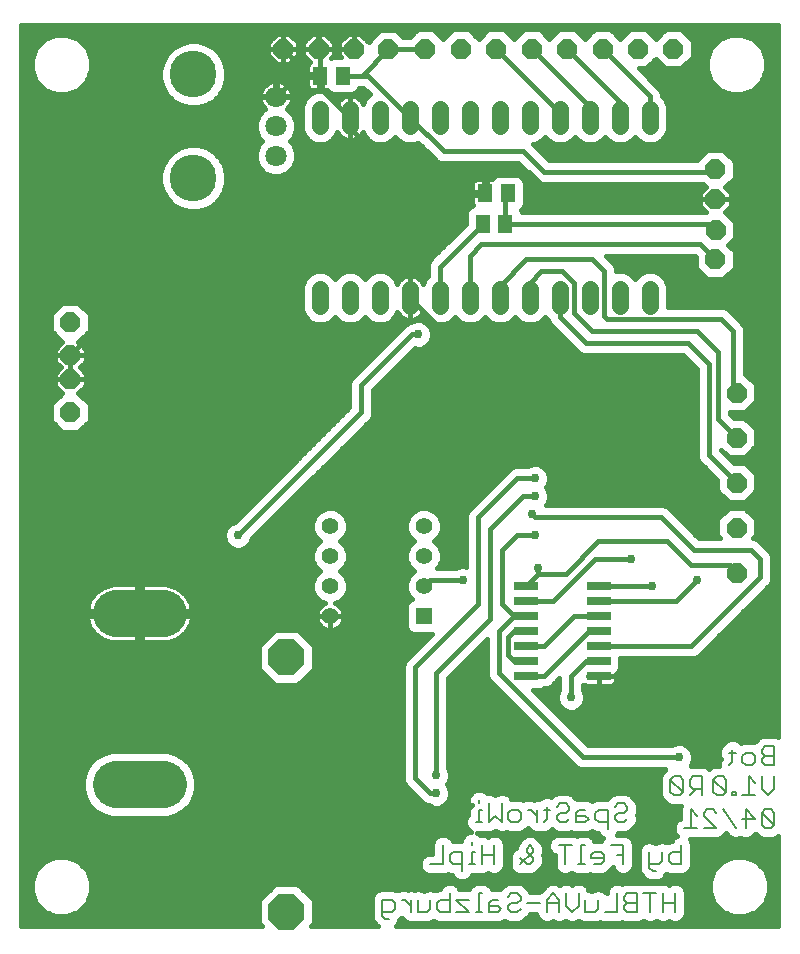
<source format=gbl>
G75*
%MOIN*%
%OFA0B0*%
%FSLAX25Y25*%
%IPPOS*%
%LPD*%
%AMOC8*
5,1,8,0,0,1.08239X$1,22.5*
%
%ADD10C,0.00700*%
%ADD11R,0.05528X0.05528*%
%ADD12C,0.05528*%
%ADD13OC8,0.06600*%
%ADD14R,0.05118X0.05906*%
%ADD15C,0.05669*%
%ADD16C,0.15748*%
%ADD17C,0.07087*%
%ADD18C,0.15591*%
%ADD19R,0.08000X0.02600*%
%ADD20OC8,0.12000*%
%ADD21C,0.01600*%
%ADD22C,0.02962*%
D10*
X0125787Y0009099D02*
X0125787Y0014354D01*
X0128939Y0014354D01*
X0129990Y0013303D01*
X0129990Y0011201D01*
X0128939Y0010150D01*
X0125787Y0010150D01*
X0125787Y0009099D02*
X0126838Y0008048D01*
X0127888Y0008048D01*
X0132209Y0014354D02*
X0133260Y0014354D01*
X0135362Y0012252D01*
X0135362Y0010150D02*
X0135362Y0014354D01*
X0137603Y0014354D02*
X0137603Y0010150D01*
X0140756Y0010150D01*
X0141807Y0011201D01*
X0141807Y0014354D01*
X0144049Y0013303D02*
X0144049Y0011201D01*
X0145100Y0010150D01*
X0148253Y0010150D01*
X0148253Y0016455D01*
X0148253Y0014354D02*
X0145100Y0014354D01*
X0144049Y0013303D01*
X0150494Y0014354D02*
X0154698Y0010150D01*
X0150494Y0010150D01*
X0150494Y0014354D02*
X0154698Y0014354D01*
X0157944Y0016455D02*
X0157944Y0010150D01*
X0158995Y0010150D02*
X0156893Y0010150D01*
X0161237Y0010150D02*
X0164390Y0010150D01*
X0165441Y0011201D01*
X0164390Y0012252D01*
X0161237Y0012252D01*
X0161237Y0013303D02*
X0161237Y0010150D01*
X0161237Y0013303D02*
X0162288Y0014354D01*
X0164390Y0014354D01*
X0167682Y0015404D02*
X0168733Y0016455D01*
X0170835Y0016455D01*
X0171886Y0015404D01*
X0171886Y0014354D01*
X0170835Y0013303D01*
X0168733Y0013303D01*
X0167682Y0012252D01*
X0167682Y0011201D01*
X0168733Y0010150D01*
X0170835Y0010150D01*
X0171886Y0011201D01*
X0174128Y0013303D02*
X0178332Y0013303D01*
X0180573Y0013303D02*
X0184777Y0013303D01*
X0184777Y0014354D02*
X0182675Y0016455D01*
X0180573Y0014354D01*
X0180573Y0010150D01*
X0184777Y0010150D02*
X0184777Y0014354D01*
X0187019Y0016455D02*
X0187019Y0012252D01*
X0189121Y0010150D01*
X0191223Y0012252D01*
X0191223Y0016455D01*
X0193464Y0014354D02*
X0193464Y0010150D01*
X0196617Y0010150D01*
X0197668Y0011201D01*
X0197668Y0014354D01*
X0199910Y0010150D02*
X0204114Y0010150D01*
X0204114Y0016455D01*
X0206355Y0015404D02*
X0206355Y0014354D01*
X0207406Y0013303D01*
X0210559Y0013303D01*
X0210559Y0016455D02*
X0207406Y0016455D01*
X0206355Y0015404D01*
X0207406Y0013303D02*
X0206355Y0012252D01*
X0206355Y0011201D01*
X0207406Y0010150D01*
X0210559Y0010150D01*
X0210559Y0016455D01*
X0212801Y0016455D02*
X0217005Y0016455D01*
X0214903Y0016455D02*
X0214903Y0010150D01*
X0219246Y0010150D02*
X0219246Y0016455D01*
X0219246Y0013303D02*
X0223450Y0013303D01*
X0223450Y0016455D02*
X0223450Y0010150D01*
X0216903Y0024048D02*
X0215852Y0024048D01*
X0214801Y0025099D01*
X0214801Y0030354D01*
X0214801Y0026150D02*
X0217954Y0026150D01*
X0219005Y0027201D01*
X0219005Y0030354D01*
X0221246Y0029303D02*
X0222297Y0030354D01*
X0225450Y0030354D01*
X0225450Y0032455D02*
X0225450Y0026150D01*
X0222297Y0026150D01*
X0221246Y0027201D01*
X0221246Y0029303D01*
X0226464Y0038150D02*
X0230668Y0038150D01*
X0228566Y0038150D02*
X0228566Y0044455D01*
X0230668Y0042354D01*
X0232910Y0042354D02*
X0232910Y0043404D01*
X0233961Y0044455D01*
X0236063Y0044455D01*
X0237114Y0043404D01*
X0239355Y0044455D02*
X0243559Y0038150D01*
X0246852Y0038150D02*
X0246852Y0044455D01*
X0250005Y0041303D01*
X0245801Y0041303D01*
X0252246Y0043404D02*
X0252246Y0039201D01*
X0253297Y0038150D01*
X0255399Y0038150D01*
X0256450Y0039201D01*
X0252246Y0043404D01*
X0253297Y0044455D01*
X0255399Y0044455D01*
X0256450Y0043404D01*
X0256450Y0039201D01*
X0254348Y0049150D02*
X0252246Y0051252D01*
X0252246Y0055455D01*
X0250005Y0053354D02*
X0247903Y0055455D01*
X0247903Y0049150D01*
X0250005Y0049150D02*
X0245801Y0049150D01*
X0243559Y0049150D02*
X0243559Y0050201D01*
X0242508Y0050201D01*
X0242508Y0049150D01*
X0243559Y0049150D01*
X0240336Y0050201D02*
X0236133Y0054404D01*
X0236133Y0050201D01*
X0237184Y0049150D01*
X0239285Y0049150D01*
X0240336Y0050201D01*
X0240336Y0054404D01*
X0239285Y0055455D01*
X0237184Y0055455D01*
X0236133Y0054404D01*
X0232450Y0055455D02*
X0229297Y0055455D01*
X0228246Y0054404D01*
X0228246Y0052303D01*
X0229297Y0051252D01*
X0232450Y0051252D01*
X0230348Y0051252D02*
X0228246Y0049150D01*
X0226005Y0050201D02*
X0221801Y0054404D01*
X0221801Y0050201D01*
X0222852Y0049150D01*
X0224954Y0049150D01*
X0226005Y0050201D01*
X0226005Y0054404D01*
X0224954Y0055455D01*
X0222852Y0055455D01*
X0221801Y0054404D01*
X0232450Y0055455D02*
X0232450Y0049150D01*
X0232910Y0042354D02*
X0237114Y0038150D01*
X0232910Y0038150D01*
X0241457Y0059150D02*
X0242508Y0060201D01*
X0242508Y0064404D01*
X0243559Y0063354D02*
X0241457Y0063354D01*
X0245801Y0062303D02*
X0246852Y0063354D01*
X0248954Y0063354D01*
X0250005Y0062303D01*
X0250005Y0060201D01*
X0248954Y0059150D01*
X0246852Y0059150D01*
X0245801Y0060201D01*
X0245801Y0062303D01*
X0252246Y0063354D02*
X0253297Y0062303D01*
X0256450Y0062303D01*
X0256450Y0065455D02*
X0256450Y0059150D01*
X0253297Y0059150D01*
X0252246Y0060201D01*
X0252246Y0061252D01*
X0253297Y0062303D01*
X0252246Y0063354D02*
X0252246Y0064404D01*
X0253297Y0065455D01*
X0256450Y0065455D01*
X0256450Y0055455D02*
X0256450Y0051252D01*
X0254348Y0049150D01*
X0207450Y0045404D02*
X0207450Y0044354D01*
X0206399Y0043303D01*
X0204297Y0043303D01*
X0203246Y0042252D01*
X0203246Y0041201D01*
X0204297Y0040150D01*
X0206399Y0040150D01*
X0207450Y0041201D01*
X0207450Y0045404D02*
X0206399Y0046455D01*
X0204297Y0046455D01*
X0203246Y0045404D01*
X0201005Y0044354D02*
X0197852Y0044354D01*
X0196801Y0043303D01*
X0196801Y0041201D01*
X0197852Y0040150D01*
X0201005Y0040150D01*
X0201005Y0038048D02*
X0201005Y0044354D01*
X0194559Y0041201D02*
X0193508Y0040150D01*
X0190355Y0040150D01*
X0190355Y0043303D01*
X0191406Y0044354D01*
X0193508Y0044354D01*
X0193508Y0042252D02*
X0190355Y0042252D01*
X0188114Y0041201D02*
X0187063Y0040150D01*
X0184961Y0040150D01*
X0183910Y0041201D01*
X0183910Y0042252D01*
X0184961Y0043303D01*
X0187063Y0043303D01*
X0188114Y0044354D01*
X0188114Y0045404D01*
X0187063Y0046455D01*
X0184961Y0046455D01*
X0183910Y0045404D01*
X0181668Y0044354D02*
X0179566Y0044354D01*
X0180617Y0045404D02*
X0180617Y0041201D01*
X0179566Y0040150D01*
X0177371Y0040150D02*
X0177371Y0044354D01*
X0177371Y0042252D02*
X0175269Y0044354D01*
X0174218Y0044354D01*
X0172000Y0043303D02*
X0172000Y0041201D01*
X0170949Y0040150D01*
X0168847Y0040150D01*
X0167796Y0041201D01*
X0167796Y0043303D01*
X0168847Y0044354D01*
X0170949Y0044354D01*
X0172000Y0043303D01*
X0165554Y0046455D02*
X0165554Y0040150D01*
X0163452Y0042252D01*
X0161351Y0040150D01*
X0161351Y0046455D01*
X0159109Y0044354D02*
X0158058Y0044354D01*
X0158058Y0040150D01*
X0159109Y0040150D02*
X0157007Y0040150D01*
X0158058Y0046455D02*
X0158058Y0047506D01*
X0155647Y0033506D02*
X0155647Y0032455D01*
X0155647Y0030354D02*
X0155647Y0026150D01*
X0156698Y0026150D02*
X0154596Y0026150D01*
X0152401Y0026150D02*
X0149248Y0026150D01*
X0148197Y0027201D01*
X0148197Y0029303D01*
X0149248Y0030354D01*
X0152401Y0030354D01*
X0152401Y0024048D01*
X0145956Y0026150D02*
X0141752Y0026150D01*
X0145956Y0026150D02*
X0145956Y0032455D01*
X0155647Y0030354D02*
X0156698Y0030354D01*
X0158940Y0029303D02*
X0163144Y0029303D01*
X0163144Y0032455D02*
X0163144Y0026150D01*
X0158940Y0026150D02*
X0158940Y0032455D01*
X0171831Y0028252D02*
X0173933Y0026150D01*
X0174984Y0026150D01*
X0176035Y0027201D01*
X0176035Y0028252D01*
X0173933Y0030354D01*
X0173933Y0031404D01*
X0174984Y0032455D01*
X0176035Y0031404D01*
X0176035Y0030354D01*
X0171831Y0026150D01*
X0184722Y0032455D02*
X0188926Y0032455D01*
X0186824Y0032455D02*
X0186824Y0026150D01*
X0191121Y0026150D02*
X0193223Y0026150D01*
X0192172Y0026150D02*
X0192172Y0032455D01*
X0193223Y0032455D01*
X0195464Y0029303D02*
X0195464Y0028252D01*
X0199668Y0028252D01*
X0199668Y0029303D02*
X0198617Y0030354D01*
X0196515Y0030354D01*
X0195464Y0029303D01*
X0196515Y0026150D02*
X0198617Y0026150D01*
X0199668Y0027201D01*
X0199668Y0029303D01*
X0201910Y0032455D02*
X0206114Y0032455D01*
X0206114Y0026150D01*
X0206114Y0029303D02*
X0204012Y0029303D01*
X0194559Y0041201D02*
X0193508Y0042252D01*
X0158995Y0016455D02*
X0157944Y0016455D01*
D11*
X0139650Y0108902D03*
D12*
X0139650Y0118902D03*
X0139650Y0128902D03*
X0139650Y0138902D03*
X0108391Y0138902D03*
X0108391Y0128902D03*
X0108391Y0118902D03*
X0108391Y0108902D03*
D13*
X0021800Y0176800D03*
X0021800Y0187800D03*
X0021800Y0195800D03*
X0021800Y0206800D03*
X0092706Y0298013D03*
X0104517Y0298013D03*
X0116328Y0298013D03*
X0127800Y0297800D03*
X0140139Y0298013D03*
X0151950Y0298013D03*
X0163761Y0298013D03*
X0175572Y0298013D03*
X0187383Y0298013D03*
X0199194Y0298013D03*
X0211005Y0298013D03*
X0222816Y0298013D03*
X0236800Y0257800D03*
X0236800Y0247800D03*
X0236879Y0237517D03*
X0236800Y0227800D03*
X0243902Y0183438D03*
X0243902Y0168438D03*
X0243902Y0153438D03*
X0243902Y0138438D03*
X0243902Y0123438D03*
D14*
X0166816Y0239706D03*
X0159335Y0239706D03*
X0160060Y0249800D03*
X0167540Y0249800D03*
X0112572Y0289020D03*
X0105091Y0289020D03*
D15*
X0105044Y0277887D02*
X0105044Y0272217D01*
X0115044Y0272217D02*
X0115044Y0277887D01*
X0125044Y0277887D02*
X0125044Y0272217D01*
X0135044Y0272217D02*
X0135044Y0277887D01*
X0145044Y0277887D02*
X0145044Y0272217D01*
X0155044Y0272217D02*
X0155044Y0277887D01*
X0165044Y0277887D02*
X0165044Y0272217D01*
X0175044Y0272217D02*
X0175044Y0277887D01*
X0185044Y0277887D02*
X0185044Y0272217D01*
X0195044Y0272217D02*
X0195044Y0277887D01*
X0205044Y0277887D02*
X0205044Y0272217D01*
X0215044Y0272217D02*
X0215044Y0277887D01*
X0215044Y0217887D02*
X0215044Y0212217D01*
X0205044Y0212217D02*
X0205044Y0217887D01*
X0195044Y0217887D02*
X0195044Y0212217D01*
X0185044Y0212217D02*
X0185044Y0217887D01*
X0175044Y0217887D02*
X0175044Y0212217D01*
X0165044Y0212217D02*
X0165044Y0217887D01*
X0155044Y0217887D02*
X0155044Y0212217D01*
X0145044Y0212217D02*
X0145044Y0217887D01*
X0135044Y0217887D02*
X0135044Y0212217D01*
X0125044Y0212217D02*
X0125044Y0217887D01*
X0115044Y0217887D02*
X0115044Y0212217D01*
X0105044Y0212217D02*
X0105044Y0217887D01*
D16*
X0052674Y0109800D02*
X0036926Y0109800D01*
X0036926Y0052800D02*
X0052674Y0052800D01*
D17*
X0090335Y0262359D03*
X0090335Y0272202D03*
X0090335Y0282044D03*
D18*
X0062776Y0289524D03*
X0062776Y0254879D03*
D19*
X0173700Y0118800D03*
X0173700Y0113800D03*
X0173700Y0108800D03*
X0173700Y0103800D03*
X0173700Y0098800D03*
X0173700Y0093800D03*
X0173700Y0088800D03*
X0197900Y0088800D03*
X0197900Y0093800D03*
X0197900Y0098800D03*
X0197900Y0103800D03*
X0197900Y0108800D03*
X0197900Y0113800D03*
X0197900Y0118800D03*
D20*
X0093800Y0095241D03*
X0093800Y0010359D03*
D21*
X0005500Y0005500D02*
X0005500Y0306061D01*
X0257801Y0306061D01*
X0257801Y0068738D01*
X0257156Y0069005D01*
X0252591Y0069005D01*
X0251286Y0068465D01*
X0250235Y0067414D01*
X0249706Y0066884D01*
X0249660Y0066904D01*
X0246146Y0066904D01*
X0245356Y0066577D01*
X0244519Y0067414D01*
X0243214Y0067954D01*
X0241802Y0067954D01*
X0240497Y0067414D01*
X0239499Y0066415D01*
X0239483Y0066378D01*
X0239446Y0066363D01*
X0238448Y0065364D01*
X0237907Y0064060D01*
X0237907Y0062647D01*
X0238448Y0061343D01*
X0238539Y0061252D01*
X0238448Y0061161D01*
X0237907Y0059856D01*
X0237907Y0059005D01*
X0236477Y0059005D01*
X0235173Y0058465D01*
X0234817Y0058109D01*
X0234461Y0058465D01*
X0233156Y0059005D01*
X0228625Y0059005D01*
X0228768Y0059148D01*
X0229481Y0060869D01*
X0229481Y0062731D01*
X0228768Y0064452D01*
X0227452Y0065768D01*
X0225731Y0066481D01*
X0223869Y0066481D01*
X0222225Y0065800D01*
X0194457Y0065800D01*
X0175957Y0084300D01*
X0178337Y0084300D01*
X0179513Y0084787D01*
X0179525Y0084800D01*
X0180596Y0084800D01*
X0182066Y0085409D01*
X0183191Y0086534D01*
X0184800Y0088143D01*
X0184800Y0084375D01*
X0184119Y0082731D01*
X0184119Y0080869D01*
X0184832Y0079148D01*
X0186148Y0077832D01*
X0187869Y0077119D01*
X0189731Y0077119D01*
X0191452Y0077832D01*
X0192768Y0079148D01*
X0193481Y0080869D01*
X0193481Y0082731D01*
X0192800Y0084375D01*
X0192800Y0086057D01*
X0193205Y0085823D01*
X0193663Y0085700D01*
X0197900Y0085700D01*
X0199800Y0083800D01*
X0212800Y0083800D01*
X0229800Y0066800D01*
X0227480Y0065740D02*
X0238824Y0065740D01*
X0237941Y0064142D02*
X0228897Y0064142D01*
X0229481Y0062543D02*
X0237950Y0062543D01*
X0238358Y0060945D02*
X0229481Y0060945D01*
X0228850Y0059346D02*
X0237907Y0059346D01*
X0240422Y0067339D02*
X0192918Y0067339D01*
X0191319Y0068937D02*
X0252427Y0068937D01*
X0250160Y0067339D02*
X0244594Y0067339D01*
X0257320Y0068937D02*
X0257801Y0068937D01*
X0257801Y0070536D02*
X0189721Y0070536D01*
X0188122Y0072134D02*
X0257801Y0072134D01*
X0257801Y0073733D02*
X0186524Y0073733D01*
X0184925Y0075332D02*
X0257801Y0075332D01*
X0257801Y0076930D02*
X0183327Y0076930D01*
X0181728Y0078529D02*
X0185451Y0078529D01*
X0184426Y0080127D02*
X0180130Y0080127D01*
X0178531Y0081726D02*
X0184119Y0081726D01*
X0184365Y0083324D02*
X0176933Y0083324D01*
X0180892Y0084923D02*
X0184800Y0084923D01*
X0184800Y0086521D02*
X0183178Y0086521D01*
X0184776Y0088120D02*
X0184800Y0088120D01*
X0188800Y0088800D02*
X0193800Y0093800D01*
X0197900Y0093800D01*
X0197900Y0098800D02*
X0228800Y0098800D01*
X0251800Y0121800D01*
X0251800Y0127800D01*
X0248800Y0130800D01*
X0229800Y0130800D01*
X0218800Y0141800D01*
X0176800Y0141800D01*
X0175800Y0142800D01*
X0180420Y0145800D02*
X0180768Y0146148D01*
X0181481Y0147869D01*
X0181481Y0149731D01*
X0180768Y0151452D01*
X0180420Y0151800D01*
X0180768Y0152148D01*
X0181481Y0153869D01*
X0181481Y0155731D01*
X0180768Y0157452D01*
X0179452Y0158768D01*
X0177731Y0159481D01*
X0175869Y0159481D01*
X0174225Y0158800D01*
X0170004Y0158800D01*
X0168534Y0158191D01*
X0167409Y0157066D01*
X0154409Y0144066D01*
X0153800Y0142596D01*
X0153800Y0125453D01*
X0153731Y0125481D01*
X0151869Y0125481D01*
X0150225Y0124800D01*
X0143982Y0124800D01*
X0144706Y0125524D01*
X0145614Y0127716D01*
X0145614Y0130089D01*
X0144706Y0132281D01*
X0143084Y0133902D01*
X0144706Y0135524D01*
X0145614Y0137716D01*
X0145614Y0140089D01*
X0144706Y0142281D01*
X0143029Y0143958D01*
X0140837Y0144866D01*
X0138464Y0144866D01*
X0136272Y0143958D01*
X0134595Y0142281D01*
X0133687Y0140089D01*
X0133687Y0137716D01*
X0134595Y0135524D01*
X0136216Y0133902D01*
X0134595Y0132281D01*
X0133687Y0130089D01*
X0133687Y0127716D01*
X0134595Y0125524D01*
X0136216Y0123902D01*
X0134595Y0122281D01*
X0133687Y0120089D01*
X0133687Y0117716D01*
X0134595Y0115524D01*
X0135545Y0114574D01*
X0135074Y0114379D01*
X0134174Y0113479D01*
X0133687Y0112303D01*
X0133687Y0105502D01*
X0134174Y0104326D01*
X0135074Y0103426D01*
X0136250Y0102939D01*
X0142282Y0102939D01*
X0133409Y0094066D01*
X0132800Y0092596D01*
X0132800Y0054004D01*
X0133409Y0052534D01*
X0134534Y0051409D01*
X0139534Y0046409D01*
X0141004Y0045800D01*
X0141225Y0045800D01*
X0142869Y0045119D01*
X0144731Y0045119D01*
X0146452Y0045832D01*
X0147768Y0047148D01*
X0148481Y0048869D01*
X0148481Y0050731D01*
X0147768Y0052452D01*
X0147420Y0052800D01*
X0147768Y0053148D01*
X0148481Y0054869D01*
X0148481Y0056731D01*
X0147800Y0058375D01*
X0147800Y0088143D01*
X0160800Y0101143D01*
X0160800Y0089004D01*
X0161409Y0087534D01*
X0189409Y0059534D01*
X0190534Y0058409D01*
X0192004Y0057800D01*
X0220176Y0057800D01*
X0219790Y0057414D01*
X0218791Y0056415D01*
X0218251Y0055111D01*
X0218251Y0049495D01*
X0218791Y0048190D01*
X0219842Y0047139D01*
X0220841Y0046140D01*
X0222146Y0045600D01*
X0225198Y0045600D01*
X0225016Y0045162D01*
X0225016Y0041393D01*
X0224454Y0041160D01*
X0223455Y0040161D01*
X0222914Y0038856D01*
X0222914Y0037444D01*
X0223455Y0036139D01*
X0223927Y0035667D01*
X0223439Y0035465D01*
X0222440Y0034466D01*
X0222207Y0033904D01*
X0221591Y0033904D01*
X0220651Y0033514D01*
X0219711Y0033904D01*
X0218298Y0033904D01*
X0216994Y0033363D01*
X0216903Y0033272D01*
X0216812Y0033363D01*
X0215507Y0033904D01*
X0214095Y0033904D01*
X0212790Y0033363D01*
X0211791Y0032364D01*
X0211251Y0031060D01*
X0211251Y0024393D01*
X0211791Y0023088D01*
X0212842Y0022037D01*
X0213841Y0021039D01*
X0215146Y0020498D01*
X0217609Y0020498D01*
X0218914Y0021039D01*
X0219912Y0022037D01*
X0220357Y0023111D01*
X0221591Y0022600D01*
X0226156Y0022600D01*
X0227461Y0023140D01*
X0228460Y0024139D01*
X0229000Y0025444D01*
X0229000Y0033162D01*
X0228460Y0034466D01*
X0228326Y0034600D01*
X0231374Y0034600D01*
X0231789Y0034772D01*
X0232204Y0034600D01*
X0237820Y0034600D01*
X0239124Y0035140D01*
X0240123Y0036139D01*
X0240318Y0036611D01*
X0240997Y0035593D01*
X0242170Y0034807D01*
X0243555Y0034530D01*
X0244941Y0034805D01*
X0245213Y0034986D01*
X0246146Y0034600D01*
X0247558Y0034600D01*
X0248863Y0035140D01*
X0249861Y0036139D01*
X0249986Y0036441D01*
X0250288Y0036139D01*
X0251286Y0035140D01*
X0252591Y0034600D01*
X0256105Y0034600D01*
X0257410Y0035140D01*
X0257801Y0035531D01*
X0257801Y0005500D01*
X0130361Y0005500D01*
X0130898Y0006037D01*
X0131438Y0007342D01*
X0131438Y0007629D01*
X0131949Y0008139D01*
X0132234Y0008424D01*
X0132352Y0008139D01*
X0133351Y0007140D01*
X0134655Y0006600D01*
X0136068Y0006600D01*
X0136482Y0006772D01*
X0136897Y0006600D01*
X0141462Y0006600D01*
X0142767Y0007140D01*
X0142928Y0007301D01*
X0143089Y0007140D01*
X0144394Y0006600D01*
X0148959Y0006600D01*
X0149373Y0006772D01*
X0149788Y0006600D01*
X0155404Y0006600D01*
X0155796Y0006762D01*
X0156187Y0006600D01*
X0159701Y0006600D01*
X0160116Y0006772D01*
X0160531Y0006600D01*
X0165096Y0006600D01*
X0166401Y0007140D01*
X0166561Y0007301D01*
X0166722Y0007140D01*
X0168027Y0006600D01*
X0171541Y0006600D01*
X0172846Y0007140D01*
X0174896Y0009190D01*
X0175129Y0009753D01*
X0177023Y0009753D01*
X0177023Y0009444D01*
X0177564Y0008139D01*
X0178563Y0007140D01*
X0179867Y0006600D01*
X0181280Y0006600D01*
X0182584Y0007140D01*
X0182675Y0007231D01*
X0182766Y0007140D01*
X0184071Y0006600D01*
X0185483Y0006600D01*
X0186788Y0007140D01*
X0186949Y0007301D01*
X0187110Y0007140D01*
X0188415Y0006600D01*
X0189827Y0006600D01*
X0191132Y0007140D01*
X0191293Y0007301D01*
X0191454Y0007140D01*
X0192758Y0006600D01*
X0197323Y0006600D01*
X0198264Y0006989D01*
X0199204Y0006600D01*
X0204820Y0006600D01*
X0205760Y0006989D01*
X0206700Y0006600D01*
X0211265Y0006600D01*
X0212570Y0007140D01*
X0212731Y0007301D01*
X0212892Y0007140D01*
X0214197Y0006600D01*
X0215609Y0006600D01*
X0216914Y0007140D01*
X0217075Y0007301D01*
X0217235Y0007140D01*
X0218540Y0006600D01*
X0219953Y0006600D01*
X0221257Y0007140D01*
X0221348Y0007231D01*
X0221439Y0007140D01*
X0222744Y0006600D01*
X0224156Y0006600D01*
X0225461Y0007140D01*
X0226460Y0008139D01*
X0227000Y0009444D01*
X0227000Y0017162D01*
X0226460Y0018466D01*
X0225461Y0019465D01*
X0224156Y0020005D01*
X0222744Y0020005D01*
X0221439Y0019465D01*
X0221348Y0019374D01*
X0221257Y0019465D01*
X0219953Y0020005D01*
X0218540Y0020005D01*
X0218125Y0019834D01*
X0217711Y0020005D01*
X0212095Y0020005D01*
X0211680Y0019834D01*
X0211265Y0020005D01*
X0206700Y0020005D01*
X0205760Y0019616D01*
X0204820Y0020005D01*
X0203407Y0020005D01*
X0202103Y0019465D01*
X0201104Y0018466D01*
X0200564Y0017162D01*
X0200564Y0016479D01*
X0199679Y0017363D01*
X0198374Y0017904D01*
X0196962Y0017904D01*
X0195657Y0017363D01*
X0195566Y0017272D01*
X0195475Y0017363D01*
X0194526Y0017756D01*
X0194232Y0018466D01*
X0193233Y0019465D01*
X0191929Y0020005D01*
X0190516Y0020005D01*
X0189212Y0019465D01*
X0189121Y0019374D01*
X0189030Y0019465D01*
X0187725Y0020005D01*
X0186313Y0020005D01*
X0185008Y0019465D01*
X0184847Y0019304D01*
X0184686Y0019465D01*
X0183381Y0020005D01*
X0181969Y0020005D01*
X0180664Y0019465D01*
X0178563Y0017363D01*
X0178052Y0016853D01*
X0175129Y0016853D01*
X0174896Y0017415D01*
X0173897Y0018414D01*
X0172846Y0019465D01*
X0171541Y0020005D01*
X0168027Y0020005D01*
X0166722Y0019465D01*
X0165724Y0018466D01*
X0165142Y0017884D01*
X0165096Y0017904D01*
X0162238Y0017904D01*
X0162005Y0018466D01*
X0161006Y0019465D01*
X0159701Y0020005D01*
X0157238Y0020005D01*
X0155933Y0019465D01*
X0154935Y0018466D01*
X0154702Y0017904D01*
X0151495Y0017904D01*
X0151262Y0018466D01*
X0150263Y0019465D01*
X0148959Y0020005D01*
X0147546Y0020005D01*
X0146242Y0019465D01*
X0145243Y0018466D01*
X0145010Y0017904D01*
X0144394Y0017904D01*
X0143453Y0017514D01*
X0142513Y0017904D01*
X0141101Y0017904D01*
X0139796Y0017363D01*
X0139705Y0017272D01*
X0139614Y0017363D01*
X0138310Y0017904D01*
X0136897Y0017904D01*
X0136482Y0017732D01*
X0136068Y0017904D01*
X0134655Y0017904D01*
X0134311Y0017761D01*
X0133966Y0017904D01*
X0131503Y0017904D01*
X0130574Y0017519D01*
X0129646Y0017904D01*
X0125081Y0017904D01*
X0123776Y0017363D01*
X0122777Y0016364D01*
X0122237Y0015060D01*
X0122237Y0008393D01*
X0122777Y0007088D01*
X0123776Y0006090D01*
X0124365Y0005500D01*
X0101952Y0005500D01*
X0103000Y0006548D01*
X0103000Y0014170D01*
X0097611Y0019559D01*
X0089989Y0019559D01*
X0084600Y0014170D01*
X0084600Y0006548D01*
X0085648Y0005500D01*
X0005500Y0005500D01*
X0005500Y0006596D02*
X0084600Y0006596D01*
X0084600Y0008194D02*
X0005500Y0008194D01*
X0005500Y0009793D02*
X0014694Y0009793D01*
X0013196Y0010413D02*
X0016832Y0008907D01*
X0020768Y0008907D01*
X0024404Y0010413D01*
X0027187Y0013196D01*
X0028693Y0016832D01*
X0028693Y0020768D01*
X0027187Y0024404D01*
X0024404Y0027187D01*
X0020768Y0028693D01*
X0016832Y0028693D01*
X0013196Y0027187D01*
X0010413Y0024404D01*
X0008907Y0020768D01*
X0008907Y0016832D01*
X0010413Y0013196D01*
X0013196Y0010413D01*
X0012218Y0011391D02*
X0005500Y0011391D01*
X0005500Y0012990D02*
X0010620Y0012990D01*
X0009837Y0014588D02*
X0005500Y0014588D01*
X0005500Y0016187D02*
X0009174Y0016187D01*
X0008907Y0017785D02*
X0005500Y0017785D01*
X0005500Y0019384D02*
X0008907Y0019384D01*
X0008996Y0020982D02*
X0005500Y0020982D01*
X0005500Y0022581D02*
X0009658Y0022581D01*
X0010320Y0024179D02*
X0005500Y0024179D01*
X0005500Y0025778D02*
X0011787Y0025778D01*
X0013653Y0027376D02*
X0005500Y0027376D01*
X0005500Y0028975D02*
X0139556Y0028975D01*
X0139741Y0029160D02*
X0138742Y0028161D01*
X0138202Y0026856D01*
X0138202Y0025444D01*
X0138742Y0024139D01*
X0139741Y0023140D01*
X0141046Y0022600D01*
X0146662Y0022600D01*
X0147602Y0022989D01*
X0148542Y0022600D01*
X0149158Y0022600D01*
X0149391Y0022037D01*
X0150390Y0021039D01*
X0151695Y0020498D01*
X0153107Y0020498D01*
X0154412Y0021039D01*
X0155411Y0022037D01*
X0155644Y0022600D01*
X0157404Y0022600D01*
X0157819Y0022772D01*
X0158234Y0022600D01*
X0159646Y0022600D01*
X0160951Y0023140D01*
X0161042Y0023231D01*
X0161133Y0023140D01*
X0162437Y0022600D01*
X0163850Y0022600D01*
X0165154Y0023140D01*
X0166153Y0024139D01*
X0166694Y0025444D01*
X0166694Y0033162D01*
X0166153Y0034466D01*
X0165154Y0035465D01*
X0163850Y0036005D01*
X0162437Y0036005D01*
X0161133Y0035465D01*
X0161042Y0035374D01*
X0160951Y0035465D01*
X0159646Y0036005D01*
X0158234Y0036005D01*
X0158188Y0035986D01*
X0157658Y0036516D01*
X0157455Y0036600D01*
X0159815Y0036600D01*
X0160230Y0036772D01*
X0160645Y0036600D01*
X0162057Y0036600D01*
X0163362Y0037140D01*
X0163452Y0037231D01*
X0163543Y0037140D01*
X0164848Y0036600D01*
X0166260Y0036600D01*
X0167201Y0036989D01*
X0168141Y0036600D01*
X0171655Y0036600D01*
X0172960Y0037140D01*
X0174243Y0038424D01*
X0174361Y0038139D01*
X0175360Y0037140D01*
X0176665Y0036600D01*
X0178077Y0036600D01*
X0178469Y0036762D01*
X0178860Y0036600D01*
X0180272Y0036600D01*
X0181577Y0037140D01*
X0182264Y0037827D01*
X0182950Y0037140D01*
X0184255Y0036600D01*
X0187769Y0036600D01*
X0188709Y0036989D01*
X0189649Y0036600D01*
X0194214Y0036600D01*
X0195519Y0037140D01*
X0195680Y0037301D01*
X0195841Y0037140D01*
X0197146Y0036600D01*
X0197762Y0036600D01*
X0197995Y0036037D01*
X0198994Y0035039D01*
X0199332Y0034898D01*
X0198900Y0034466D01*
X0198667Y0033904D01*
X0196465Y0033904D01*
X0196232Y0034466D01*
X0195233Y0035465D01*
X0193929Y0036005D01*
X0191465Y0036005D01*
X0190549Y0035626D01*
X0189632Y0036005D01*
X0184016Y0036005D01*
X0182711Y0035465D01*
X0181712Y0034466D01*
X0181172Y0033162D01*
X0181172Y0031749D01*
X0181712Y0030444D01*
X0182711Y0029446D01*
X0183274Y0029213D01*
X0183274Y0025444D01*
X0183814Y0024139D01*
X0184813Y0023140D01*
X0186118Y0022600D01*
X0187530Y0022600D01*
X0188835Y0023140D01*
X0188972Y0023278D01*
X0189110Y0023140D01*
X0190415Y0022600D01*
X0193929Y0022600D01*
X0194869Y0022989D01*
X0195809Y0022600D01*
X0199323Y0022600D01*
X0200628Y0023140D01*
X0201679Y0024191D01*
X0202671Y0025184D01*
X0203104Y0024139D01*
X0204103Y0023140D01*
X0205407Y0022600D01*
X0206820Y0022600D01*
X0208124Y0023140D01*
X0209123Y0024139D01*
X0209663Y0025444D01*
X0209663Y0033162D01*
X0209123Y0034466D01*
X0208124Y0035465D01*
X0206820Y0036005D01*
X0203982Y0036005D01*
X0204014Y0036037D01*
X0204247Y0036600D01*
X0207105Y0036600D01*
X0208410Y0037140D01*
X0210460Y0039190D01*
X0211000Y0040495D01*
X0211000Y0041907D01*
X0210640Y0042777D01*
X0211000Y0043647D01*
X0211000Y0046111D01*
X0210460Y0047415D01*
X0209461Y0048414D01*
X0208410Y0049465D01*
X0207105Y0050005D01*
X0203591Y0050005D01*
X0202286Y0049465D01*
X0201288Y0048466D01*
X0200725Y0047904D01*
X0197146Y0047904D01*
X0195841Y0047363D01*
X0195680Y0047202D01*
X0195519Y0047363D01*
X0194214Y0047904D01*
X0190700Y0047904D01*
X0190654Y0047884D01*
X0190124Y0048414D01*
X0189074Y0049465D01*
X0187769Y0050005D01*
X0184255Y0050005D01*
X0182950Y0049465D01*
X0182113Y0048628D01*
X0181323Y0048954D01*
X0179911Y0048954D01*
X0178606Y0048414D01*
X0178090Y0047898D01*
X0178077Y0047904D01*
X0176665Y0047904D01*
X0176320Y0047761D01*
X0175975Y0047904D01*
X0173512Y0047904D01*
X0172584Y0047519D01*
X0171655Y0047904D01*
X0168797Y0047904D01*
X0168564Y0048466D01*
X0167565Y0049465D01*
X0166260Y0050005D01*
X0164848Y0050005D01*
X0163543Y0049465D01*
X0163452Y0049374D01*
X0163362Y0049465D01*
X0162057Y0050005D01*
X0160645Y0050005D01*
X0160598Y0049986D01*
X0160069Y0050516D01*
X0158764Y0051056D01*
X0157352Y0051056D01*
X0156047Y0050516D01*
X0155048Y0049517D01*
X0154508Y0048212D01*
X0154508Y0045749D01*
X0154651Y0045404D01*
X0154508Y0045060D01*
X0154508Y0042671D01*
X0153997Y0042161D01*
X0153457Y0040856D01*
X0153457Y0039444D01*
X0153997Y0038139D01*
X0154996Y0037140D01*
X0155199Y0037056D01*
X0154941Y0037056D01*
X0153636Y0036516D01*
X0152638Y0035517D01*
X0152097Y0034212D01*
X0152097Y0033904D01*
X0149198Y0033904D01*
X0148965Y0034466D01*
X0147966Y0035465D01*
X0146662Y0036005D01*
X0145249Y0036005D01*
X0143945Y0035465D01*
X0142946Y0034466D01*
X0142406Y0033162D01*
X0142406Y0029700D01*
X0141046Y0029700D01*
X0139741Y0029160D01*
X0138417Y0027376D02*
X0023947Y0027376D01*
X0025813Y0025778D02*
X0138202Y0025778D01*
X0138726Y0024179D02*
X0027280Y0024179D01*
X0027942Y0022581D02*
X0149166Y0022581D01*
X0150527Y0020982D02*
X0028604Y0020982D01*
X0028693Y0019384D02*
X0089814Y0019384D01*
X0088215Y0017785D02*
X0028693Y0017785D01*
X0028425Y0016187D02*
X0086617Y0016187D01*
X0085018Y0014588D02*
X0027763Y0014588D01*
X0026980Y0012990D02*
X0084600Y0012990D01*
X0084600Y0011391D02*
X0025382Y0011391D01*
X0022906Y0009793D02*
X0084600Y0009793D01*
X0097786Y0019384D02*
X0146160Y0019384D01*
X0144108Y0017785D02*
X0142799Y0017785D01*
X0140815Y0017785D02*
X0138596Y0017785D01*
X0136611Y0017785D02*
X0136354Y0017785D01*
X0134369Y0017785D02*
X0134252Y0017785D01*
X0131217Y0017785D02*
X0129932Y0017785D01*
X0124795Y0017785D02*
X0099385Y0017785D01*
X0100983Y0016187D02*
X0122703Y0016187D01*
X0122237Y0014588D02*
X0102582Y0014588D01*
X0103000Y0012990D02*
X0122237Y0012990D01*
X0122237Y0011391D02*
X0103000Y0011391D01*
X0103000Y0009793D02*
X0122237Y0009793D01*
X0122319Y0008194D02*
X0103000Y0008194D01*
X0103000Y0006596D02*
X0123270Y0006596D01*
X0131129Y0006596D02*
X0257801Y0006596D01*
X0257801Y0008194D02*
X0226482Y0008194D01*
X0227000Y0009793D02*
X0240694Y0009793D01*
X0239196Y0010413D02*
X0242832Y0008907D01*
X0246768Y0008907D01*
X0250404Y0010413D01*
X0253187Y0013196D01*
X0254693Y0016832D01*
X0254693Y0020768D01*
X0253187Y0024404D01*
X0250404Y0027187D01*
X0246768Y0028693D01*
X0242832Y0028693D01*
X0239196Y0027187D01*
X0236413Y0024404D01*
X0234907Y0020768D01*
X0234907Y0016832D01*
X0236413Y0013196D01*
X0239196Y0010413D01*
X0238218Y0011391D02*
X0227000Y0011391D01*
X0227000Y0012990D02*
X0236620Y0012990D01*
X0235837Y0014588D02*
X0227000Y0014588D01*
X0227000Y0016187D02*
X0235174Y0016187D01*
X0234907Y0017785D02*
X0226742Y0017785D01*
X0225542Y0019384D02*
X0234907Y0019384D01*
X0234996Y0020982D02*
X0218777Y0020982D01*
X0220137Y0022581D02*
X0235658Y0022581D01*
X0236320Y0024179D02*
X0228476Y0024179D01*
X0229000Y0025778D02*
X0237787Y0025778D01*
X0239653Y0027376D02*
X0229000Y0027376D01*
X0229000Y0028975D02*
X0257801Y0028975D01*
X0257801Y0030573D02*
X0229000Y0030573D01*
X0229000Y0032172D02*
X0257801Y0032172D01*
X0257801Y0033770D02*
X0228748Y0033770D01*
X0223343Y0035369D02*
X0208221Y0035369D01*
X0207992Y0036967D02*
X0223112Y0036967D01*
X0222914Y0038566D02*
X0209835Y0038566D01*
X0210863Y0040164D02*
X0223458Y0040164D01*
X0225016Y0041763D02*
X0211000Y0041763D01*
X0210881Y0043361D02*
X0225016Y0043361D01*
X0225016Y0044960D02*
X0211000Y0044960D01*
X0210815Y0046558D02*
X0220423Y0046558D01*
X0218825Y0048157D02*
X0209718Y0048157D01*
X0207709Y0049755D02*
X0218251Y0049755D01*
X0218251Y0051354D02*
X0148223Y0051354D01*
X0148481Y0049755D02*
X0155286Y0049755D01*
X0154508Y0048157D02*
X0148186Y0048157D01*
X0147178Y0046558D02*
X0154508Y0046558D01*
X0155800Y0045800D02*
X0152800Y0042800D01*
X0144300Y0042800D01*
X0143800Y0043300D01*
X0137300Y0043300D01*
X0135800Y0044800D01*
X0135800Y0046800D01*
X0123800Y0058800D01*
X0123800Y0105800D01*
X0120800Y0108800D01*
X0108493Y0108800D01*
X0108391Y0108902D01*
X0108391Y0108902D01*
X0112954Y0108902D01*
X0112954Y0108543D01*
X0112842Y0107834D01*
X0112620Y0107150D01*
X0112294Y0106510D01*
X0111872Y0105929D01*
X0111364Y0105421D01*
X0110782Y0104999D01*
X0110142Y0104673D01*
X0109459Y0104451D01*
X0108750Y0104339D01*
X0108391Y0104339D01*
X0108391Y0108902D01*
X0108390Y0108902D01*
X0103827Y0108902D01*
X0103827Y0108543D01*
X0103939Y0107834D01*
X0104161Y0107150D01*
X0104487Y0106510D01*
X0104909Y0105929D01*
X0105417Y0105421D01*
X0105999Y0104999D01*
X0106639Y0104673D01*
X0107322Y0104451D01*
X0108031Y0104339D01*
X0108390Y0104339D01*
X0108390Y0108902D01*
X0108390Y0108902D01*
X0103827Y0108902D01*
X0103827Y0109262D01*
X0103939Y0109971D01*
X0104161Y0110654D01*
X0104487Y0111294D01*
X0104909Y0111875D01*
X0105417Y0112383D01*
X0105999Y0112806D01*
X0106639Y0113132D01*
X0106694Y0113150D01*
X0105012Y0113847D01*
X0103335Y0115524D01*
X0102427Y0117716D01*
X0102427Y0120089D01*
X0103335Y0122281D01*
X0104957Y0123902D01*
X0103335Y0125524D01*
X0102427Y0127716D01*
X0102427Y0130089D01*
X0103335Y0132281D01*
X0104957Y0133902D01*
X0103335Y0135524D01*
X0102427Y0137716D01*
X0102427Y0140089D01*
X0103335Y0142281D01*
X0105012Y0143958D01*
X0107204Y0144866D01*
X0109577Y0144866D01*
X0111769Y0143958D01*
X0113446Y0142281D01*
X0114354Y0140089D01*
X0114354Y0137716D01*
X0113446Y0135524D01*
X0111825Y0133902D01*
X0113446Y0132281D01*
X0114354Y0130089D01*
X0114354Y0127716D01*
X0113446Y0125524D01*
X0111825Y0123902D01*
X0113446Y0122281D01*
X0114354Y0120089D01*
X0114354Y0117716D01*
X0113446Y0115524D01*
X0111769Y0113847D01*
X0110087Y0113150D01*
X0110142Y0113132D01*
X0110782Y0112806D01*
X0111364Y0112383D01*
X0111872Y0111875D01*
X0112294Y0111294D01*
X0112620Y0110654D01*
X0112842Y0109971D01*
X0112954Y0109262D01*
X0112954Y0108902D01*
X0108391Y0108902D01*
X0108390Y0108900D02*
X0108391Y0108900D01*
X0108390Y0107302D02*
X0108391Y0107302D01*
X0108390Y0105703D02*
X0108391Y0105703D01*
X0111646Y0105703D02*
X0133687Y0105703D01*
X0133687Y0107302D02*
X0112669Y0107302D01*
X0112954Y0108900D02*
X0133687Y0108900D01*
X0133687Y0110499D02*
X0112670Y0110499D01*
X0111650Y0112097D02*
X0133687Y0112097D01*
X0134391Y0113696D02*
X0111405Y0113696D01*
X0113217Y0115294D02*
X0134824Y0115294D01*
X0134028Y0116893D02*
X0114013Y0116893D01*
X0114354Y0118491D02*
X0133687Y0118491D01*
X0133687Y0120090D02*
X0114354Y0120090D01*
X0113692Y0121688D02*
X0134349Y0121688D01*
X0135601Y0123287D02*
X0112440Y0123287D01*
X0112808Y0124885D02*
X0135233Y0124885D01*
X0134197Y0126484D02*
X0113844Y0126484D01*
X0114354Y0128082D02*
X0133687Y0128082D01*
X0133687Y0129681D02*
X0114354Y0129681D01*
X0113861Y0131279D02*
X0134180Y0131279D01*
X0135192Y0132878D02*
X0112849Y0132878D01*
X0112399Y0134476D02*
X0135642Y0134476D01*
X0134366Y0136075D02*
X0113675Y0136075D01*
X0114337Y0137673D02*
X0133704Y0137673D01*
X0133687Y0139272D02*
X0114354Y0139272D01*
X0114030Y0140870D02*
X0134010Y0140870D01*
X0134783Y0142469D02*
X0113258Y0142469D01*
X0111505Y0144068D02*
X0136536Y0144068D01*
X0142765Y0144068D02*
X0154411Y0144068D01*
X0153800Y0142469D02*
X0144518Y0142469D01*
X0145290Y0140870D02*
X0153800Y0140870D01*
X0153800Y0139272D02*
X0145614Y0139272D01*
X0145597Y0137673D02*
X0153800Y0137673D01*
X0153800Y0136075D02*
X0144934Y0136075D01*
X0143659Y0134476D02*
X0153800Y0134476D01*
X0153800Y0132878D02*
X0144109Y0132878D01*
X0145121Y0131279D02*
X0153800Y0131279D01*
X0153800Y0129681D02*
X0145614Y0129681D01*
X0145614Y0128082D02*
X0153800Y0128082D01*
X0153800Y0126484D02*
X0145104Y0126484D01*
X0144067Y0124885D02*
X0150431Y0124885D01*
X0152800Y0120800D02*
X0141548Y0120800D01*
X0139650Y0118902D01*
X0134395Y0104105D02*
X0097947Y0104105D01*
X0097611Y0104441D02*
X0089989Y0104441D01*
X0084600Y0099052D01*
X0084600Y0091430D01*
X0089989Y0086041D01*
X0097611Y0086041D01*
X0103000Y0091430D01*
X0103000Y0099052D01*
X0097611Y0104441D01*
X0099545Y0102506D02*
X0141849Y0102506D01*
X0140251Y0100908D02*
X0101144Y0100908D01*
X0102742Y0099309D02*
X0138652Y0099309D01*
X0137054Y0097711D02*
X0103000Y0097711D01*
X0103000Y0096112D02*
X0135455Y0096112D01*
X0133857Y0094514D02*
X0103000Y0094514D01*
X0103000Y0092915D02*
X0132932Y0092915D01*
X0132800Y0091317D02*
X0102886Y0091317D01*
X0101288Y0089718D02*
X0132800Y0089718D01*
X0132800Y0088120D02*
X0099689Y0088120D01*
X0098091Y0086521D02*
X0132800Y0086521D01*
X0132800Y0084923D02*
X0005500Y0084923D01*
X0005500Y0086521D02*
X0089509Y0086521D01*
X0087911Y0088120D02*
X0005500Y0088120D01*
X0005500Y0089718D02*
X0086312Y0089718D01*
X0084714Y0091317D02*
X0005500Y0091317D01*
X0005500Y0092915D02*
X0084600Y0092915D01*
X0084600Y0094514D02*
X0005500Y0094514D01*
X0005500Y0096112D02*
X0084600Y0096112D01*
X0084600Y0097711D02*
X0005500Y0097711D01*
X0005500Y0099309D02*
X0084857Y0099309D01*
X0086456Y0100908D02*
X0056505Y0100908D01*
X0056382Y0100848D02*
X0057361Y0101320D01*
X0058281Y0101898D01*
X0059130Y0102575D01*
X0059899Y0103344D01*
X0060576Y0104193D01*
X0061154Y0105113D01*
X0061626Y0106092D01*
X0061985Y0107118D01*
X0062226Y0108177D01*
X0062319Y0109000D01*
X0045600Y0109000D01*
X0045600Y0110600D01*
X0044000Y0110600D01*
X0044000Y0119474D01*
X0036383Y0119474D01*
X0035303Y0119352D01*
X0034244Y0119111D01*
X0033218Y0118752D01*
X0032239Y0118280D01*
X0031319Y0117702D01*
X0030470Y0117025D01*
X0029701Y0116256D01*
X0029024Y0115407D01*
X0028446Y0114487D01*
X0027974Y0113508D01*
X0027615Y0112482D01*
X0027374Y0111423D01*
X0027281Y0110600D01*
X0044000Y0110600D01*
X0044000Y0109000D01*
X0045600Y0109000D01*
X0045600Y0100126D01*
X0053217Y0100126D01*
X0054297Y0100248D01*
X0055356Y0100489D01*
X0056382Y0100848D01*
X0059044Y0102506D02*
X0088055Y0102506D01*
X0089653Y0104105D02*
X0060506Y0104105D01*
X0061438Y0105703D02*
X0105136Y0105703D01*
X0104112Y0107302D02*
X0062027Y0107302D01*
X0062308Y0108900D02*
X0103827Y0108900D01*
X0104111Y0110499D02*
X0045600Y0110499D01*
X0045600Y0110600D02*
X0062319Y0110600D01*
X0062226Y0111423D01*
X0061985Y0112482D01*
X0061626Y0113508D01*
X0061154Y0114487D01*
X0060576Y0115407D01*
X0059899Y0116256D01*
X0059130Y0117025D01*
X0058281Y0117702D01*
X0057361Y0118280D01*
X0056382Y0118752D01*
X0055356Y0119111D01*
X0054297Y0119352D01*
X0053217Y0119474D01*
X0045600Y0119474D01*
X0045600Y0110600D01*
X0045600Y0112097D02*
X0044000Y0112097D01*
X0044000Y0110499D02*
X0005500Y0110499D01*
X0005500Y0112097D02*
X0027528Y0112097D01*
X0028065Y0113696D02*
X0005500Y0113696D01*
X0005500Y0115294D02*
X0028953Y0115294D01*
X0030338Y0116893D02*
X0005500Y0116893D01*
X0005500Y0118491D02*
X0032677Y0118491D01*
X0027281Y0109000D02*
X0027374Y0108177D01*
X0027615Y0107118D01*
X0027974Y0106092D01*
X0028446Y0105113D01*
X0029024Y0104193D01*
X0029701Y0103344D01*
X0030470Y0102575D01*
X0031319Y0101898D01*
X0032239Y0101320D01*
X0033218Y0100848D01*
X0034244Y0100489D01*
X0035303Y0100248D01*
X0036383Y0100126D01*
X0044000Y0100126D01*
X0044000Y0109000D01*
X0027281Y0109000D01*
X0027292Y0108900D02*
X0005500Y0108900D01*
X0005500Y0107302D02*
X0027573Y0107302D01*
X0028162Y0105703D02*
X0005500Y0105703D01*
X0005500Y0104105D02*
X0029094Y0104105D01*
X0030556Y0102506D02*
X0005500Y0102506D01*
X0005500Y0100908D02*
X0033095Y0100908D01*
X0044000Y0100908D02*
X0045600Y0100908D01*
X0045600Y0102506D02*
X0044000Y0102506D01*
X0044000Y0104105D02*
X0045600Y0104105D01*
X0045600Y0105703D02*
X0044000Y0105703D01*
X0044000Y0107302D02*
X0045600Y0107302D01*
X0045600Y0108900D02*
X0044000Y0108900D01*
X0044000Y0113696D02*
X0045600Y0113696D01*
X0045600Y0115294D02*
X0044000Y0115294D01*
X0044000Y0116893D02*
X0045600Y0116893D01*
X0045600Y0118491D02*
X0044000Y0118491D01*
X0056923Y0118491D02*
X0102427Y0118491D01*
X0102427Y0120090D02*
X0005500Y0120090D01*
X0005500Y0121688D02*
X0103089Y0121688D01*
X0104341Y0123287D02*
X0005500Y0123287D01*
X0005500Y0124885D02*
X0103973Y0124885D01*
X0102937Y0126484D02*
X0005500Y0126484D01*
X0005500Y0128082D02*
X0102427Y0128082D01*
X0102427Y0129681D02*
X0005500Y0129681D01*
X0005500Y0131279D02*
X0076481Y0131279D01*
X0076869Y0131119D02*
X0078731Y0131119D01*
X0080452Y0131832D01*
X0081768Y0133148D01*
X0082450Y0134793D01*
X0121066Y0173409D01*
X0122191Y0174534D01*
X0122800Y0176004D01*
X0122800Y0184143D01*
X0136803Y0198146D01*
X0136869Y0198119D01*
X0138731Y0198119D01*
X0140452Y0198832D01*
X0141768Y0200148D01*
X0142481Y0201869D01*
X0142481Y0203731D01*
X0141768Y0205452D01*
X0140452Y0206768D01*
X0138731Y0207481D01*
X0136869Y0207481D01*
X0135225Y0206800D01*
X0135004Y0206800D01*
X0133534Y0206191D01*
X0132409Y0205066D01*
X0115409Y0188066D01*
X0114800Y0186596D01*
X0114800Y0178457D01*
X0076793Y0140450D01*
X0075148Y0139768D01*
X0073832Y0138452D01*
X0073119Y0136731D01*
X0073119Y0134869D01*
X0073832Y0133148D01*
X0075148Y0131832D01*
X0076869Y0131119D01*
X0079119Y0131279D02*
X0102920Y0131279D01*
X0103932Y0132878D02*
X0081498Y0132878D01*
X0082319Y0134476D02*
X0104382Y0134476D01*
X0103107Y0136075D02*
X0083732Y0136075D01*
X0085330Y0137673D02*
X0102444Y0137673D01*
X0102427Y0139272D02*
X0086929Y0139272D01*
X0088527Y0140870D02*
X0102751Y0140870D01*
X0103523Y0142469D02*
X0090126Y0142469D01*
X0091724Y0144068D02*
X0105276Y0144068D01*
X0098118Y0150462D02*
X0160805Y0150462D01*
X0162403Y0152060D02*
X0099717Y0152060D01*
X0101315Y0153659D02*
X0164002Y0153659D01*
X0165600Y0155257D02*
X0102914Y0155257D01*
X0104512Y0156856D02*
X0167199Y0156856D01*
X0169169Y0158454D02*
X0106111Y0158454D01*
X0107709Y0160053D02*
X0231631Y0160053D01*
X0231409Y0160274D02*
X0237402Y0154281D01*
X0237402Y0150745D01*
X0241210Y0146938D01*
X0246595Y0146938D01*
X0250402Y0150745D01*
X0250402Y0156130D01*
X0246595Y0159938D01*
X0243059Y0159938D01*
X0238800Y0164197D01*
X0238800Y0164348D01*
X0241210Y0161938D01*
X0246595Y0161938D01*
X0250402Y0165745D01*
X0250402Y0171130D01*
X0246595Y0174938D01*
X0243059Y0174938D01*
X0241800Y0176197D01*
X0241800Y0176938D01*
X0246595Y0176938D01*
X0250402Y0180745D01*
X0250402Y0186130D01*
X0246800Y0189733D01*
X0246800Y0204596D01*
X0246191Y0206066D01*
X0245066Y0207191D01*
X0241066Y0211191D01*
X0239596Y0211800D01*
X0221079Y0211800D01*
X0221079Y0219087D01*
X0220160Y0221305D01*
X0218462Y0223003D01*
X0216244Y0223921D01*
X0213844Y0223921D01*
X0211626Y0223003D01*
X0210044Y0221421D01*
X0208462Y0223003D01*
X0206244Y0223921D01*
X0203844Y0223921D01*
X0203800Y0223903D01*
X0203800Y0224596D01*
X0203191Y0226066D01*
X0202066Y0227191D01*
X0200457Y0228800D01*
X0230143Y0228800D01*
X0230300Y0228643D01*
X0230300Y0225108D01*
X0234108Y0221300D01*
X0239492Y0221300D01*
X0243300Y0225108D01*
X0243300Y0230492D01*
X0241173Y0232619D01*
X0243379Y0234824D01*
X0243379Y0240209D01*
X0239900Y0243688D01*
X0241900Y0245688D01*
X0241900Y0247800D01*
X0241900Y0249912D01*
X0240002Y0251810D01*
X0243300Y0255108D01*
X0243300Y0260492D01*
X0239492Y0264300D01*
X0234108Y0264300D01*
X0230608Y0260800D01*
X0181457Y0260800D01*
X0176191Y0266066D01*
X0176074Y0266183D01*
X0176244Y0266183D01*
X0178462Y0267101D01*
X0180044Y0268683D01*
X0181626Y0267101D01*
X0183844Y0266183D01*
X0186244Y0266183D01*
X0188462Y0267101D01*
X0190044Y0268683D01*
X0191626Y0267101D01*
X0193844Y0266183D01*
X0196244Y0266183D01*
X0198462Y0267101D01*
X0200044Y0268683D01*
X0201626Y0267101D01*
X0203844Y0266183D01*
X0206244Y0266183D01*
X0208462Y0267101D01*
X0210044Y0268683D01*
X0211626Y0267101D01*
X0213844Y0266183D01*
X0216244Y0266183D01*
X0218462Y0267101D01*
X0220160Y0268799D01*
X0221079Y0271017D01*
X0221079Y0279087D01*
X0220160Y0281305D01*
X0219044Y0282421D01*
X0219044Y0282958D01*
X0218435Y0284428D01*
X0211351Y0291513D01*
X0213697Y0291513D01*
X0216910Y0294726D01*
X0220123Y0291513D01*
X0225508Y0291513D01*
X0229316Y0295320D01*
X0229316Y0300705D01*
X0225508Y0304513D01*
X0220123Y0304513D01*
X0216910Y0301299D01*
X0213697Y0304513D01*
X0208312Y0304513D01*
X0205099Y0301299D01*
X0201886Y0304513D01*
X0196501Y0304513D01*
X0193288Y0301299D01*
X0190075Y0304513D01*
X0184690Y0304513D01*
X0181477Y0301299D01*
X0178264Y0304513D01*
X0172879Y0304513D01*
X0169666Y0301299D01*
X0166453Y0304513D01*
X0161068Y0304513D01*
X0157855Y0301299D01*
X0154642Y0304513D01*
X0149257Y0304513D01*
X0146044Y0301299D01*
X0142831Y0304513D01*
X0137446Y0304513D01*
X0134946Y0302013D01*
X0132780Y0302013D01*
X0130492Y0304300D01*
X0125108Y0304300D01*
X0121300Y0300492D01*
X0121300Y0300253D01*
X0118440Y0303113D01*
X0116328Y0303113D01*
X0116328Y0298013D01*
X0116327Y0298013D01*
X0116327Y0298013D01*
X0111228Y0298013D01*
X0111228Y0300125D01*
X0114215Y0303113D01*
X0116327Y0303113D01*
X0116327Y0298013D01*
X0111228Y0298013D01*
X0111228Y0295900D01*
X0111954Y0295173D01*
X0109376Y0295173D01*
X0108546Y0294829D01*
X0109617Y0295900D01*
X0109617Y0298013D01*
X0109617Y0300125D01*
X0106629Y0303113D01*
X0104517Y0303113D01*
X0104517Y0298013D01*
X0109617Y0298013D01*
X0104517Y0298013D01*
X0104517Y0298013D01*
X0104516Y0298013D01*
X0104516Y0298013D01*
X0099417Y0298013D01*
X0099417Y0300125D01*
X0102404Y0303113D01*
X0104516Y0303113D01*
X0104516Y0298013D01*
X0099417Y0298013D01*
X0099417Y0295900D01*
X0101729Y0293588D01*
X0101427Y0293414D01*
X0101092Y0293078D01*
X0100855Y0292668D01*
X0100732Y0292210D01*
X0100732Y0289500D01*
X0104612Y0289500D01*
X0104612Y0288541D01*
X0105571Y0288541D01*
X0105571Y0284268D01*
X0107295Y0284268D01*
X0107300Y0284255D01*
X0108200Y0283355D01*
X0109376Y0282868D01*
X0115767Y0282868D01*
X0116943Y0283355D01*
X0117844Y0284255D01*
X0118161Y0285020D01*
X0119419Y0285020D01*
X0121531Y0282908D01*
X0119928Y0281305D01*
X0119290Y0279763D01*
X0119008Y0280316D01*
X0118579Y0280906D01*
X0118063Y0281422D01*
X0117473Y0281851D01*
X0116823Y0282182D01*
X0116129Y0282407D01*
X0115409Y0282521D01*
X0115044Y0282521D01*
X0114679Y0282521D01*
X0113959Y0282407D01*
X0113265Y0282182D01*
X0112615Y0281851D01*
X0112025Y0281422D01*
X0111509Y0280906D01*
X0111080Y0280316D01*
X0110799Y0279763D01*
X0110160Y0281305D01*
X0108462Y0283003D01*
X0106244Y0283921D01*
X0103844Y0283921D01*
X0101626Y0283003D01*
X0099928Y0281305D01*
X0099009Y0279087D01*
X0099009Y0271017D01*
X0099928Y0268799D01*
X0101626Y0267101D01*
X0103844Y0266183D01*
X0106244Y0266183D01*
X0108462Y0267101D01*
X0110160Y0268799D01*
X0110799Y0270341D01*
X0111080Y0269788D01*
X0111509Y0269198D01*
X0112025Y0268682D01*
X0112615Y0268253D01*
X0113265Y0267922D01*
X0113959Y0267697D01*
X0114679Y0267583D01*
X0115044Y0267583D01*
X0115044Y0275052D01*
X0115044Y0282521D01*
X0115044Y0275052D01*
X0115044Y0275052D01*
X0115044Y0271556D01*
X0138548Y0248052D01*
X0140296Y0249800D01*
X0160060Y0249800D01*
X0160060Y0254060D01*
X0162800Y0256800D01*
X0174800Y0256800D01*
X0183800Y0247800D01*
X0236800Y0247800D01*
X0241900Y0247800D01*
X0236800Y0247800D01*
X0236800Y0247800D01*
X0236800Y0247800D01*
X0231700Y0247800D01*
X0231700Y0249912D01*
X0233598Y0251810D01*
X0232608Y0252800D01*
X0179004Y0252800D01*
X0177534Y0253409D01*
X0171143Y0259800D01*
X0145500Y0259800D01*
X0144030Y0260409D01*
X0142905Y0261534D01*
X0142905Y0261534D01*
X0137667Y0266772D01*
X0136244Y0266183D01*
X0133844Y0266183D01*
X0131626Y0267101D01*
X0130044Y0268683D01*
X0128462Y0267101D01*
X0126244Y0266183D01*
X0123844Y0266183D01*
X0121626Y0267101D01*
X0119928Y0268799D01*
X0119290Y0270341D01*
X0119008Y0269788D01*
X0118579Y0269198D01*
X0118063Y0268682D01*
X0117473Y0268253D01*
X0116823Y0267922D01*
X0116129Y0267697D01*
X0115409Y0267583D01*
X0115044Y0267583D01*
X0115044Y0275052D01*
X0105091Y0285005D01*
X0105091Y0289020D01*
X0097312Y0289020D01*
X0090335Y0282044D01*
X0072044Y0282044D01*
X0033800Y0243800D01*
X0033800Y0207800D01*
X0021800Y0195800D01*
X0026900Y0195800D01*
X0026900Y0197912D01*
X0024502Y0200310D01*
X0028300Y0204108D01*
X0028300Y0209492D01*
X0024492Y0213300D01*
X0019108Y0213300D01*
X0015300Y0209492D01*
X0015300Y0204108D01*
X0019098Y0200310D01*
X0016700Y0197912D01*
X0016700Y0195800D01*
X0021800Y0195800D01*
X0021800Y0195800D01*
X0026900Y0195800D01*
X0026900Y0193688D01*
X0025012Y0191800D01*
X0026900Y0189912D01*
X0026900Y0187800D01*
X0021800Y0187800D01*
X0021800Y0187800D01*
X0021800Y0187800D01*
X0021800Y0190700D01*
X0021800Y0195800D01*
X0021800Y0195800D01*
X0021800Y0195800D01*
X0016700Y0195800D01*
X0016700Y0193688D01*
X0018588Y0191800D01*
X0016700Y0189912D01*
X0016700Y0187800D01*
X0021800Y0187800D01*
X0026900Y0187800D01*
X0026900Y0185688D01*
X0024502Y0183290D01*
X0028300Y0179492D01*
X0028300Y0174108D01*
X0024492Y0170300D01*
X0019108Y0170300D01*
X0015300Y0174108D01*
X0015300Y0179492D01*
X0019098Y0183290D01*
X0016700Y0185688D01*
X0016700Y0187800D01*
X0021800Y0187800D01*
X0021800Y0187800D01*
X0021800Y0195800D01*
X0021800Y0195220D02*
X0021800Y0195220D01*
X0021800Y0193621D02*
X0021800Y0193621D01*
X0021800Y0192023D02*
X0021800Y0192023D01*
X0021800Y0190424D02*
X0021800Y0190424D01*
X0021800Y0188826D02*
X0021800Y0188826D01*
X0025235Y0192023D02*
X0119366Y0192023D01*
X0120965Y0193621D02*
X0026834Y0193621D01*
X0026900Y0195220D02*
X0122563Y0195220D01*
X0124162Y0196818D02*
X0026900Y0196818D01*
X0026396Y0198417D02*
X0125760Y0198417D01*
X0127359Y0200015D02*
X0024797Y0200015D01*
X0025806Y0201614D02*
X0128957Y0201614D01*
X0130556Y0203212D02*
X0027405Y0203212D01*
X0028300Y0204811D02*
X0132154Y0204811D01*
X0134061Y0206409D02*
X0126792Y0206409D01*
X0126244Y0206183D02*
X0128462Y0207101D01*
X0130160Y0208799D01*
X0130799Y0210341D01*
X0131080Y0209788D01*
X0131509Y0209198D01*
X0132025Y0208682D01*
X0132615Y0208253D01*
X0133265Y0207922D01*
X0133959Y0207697D01*
X0134679Y0207583D01*
X0135044Y0207583D01*
X0135044Y0215052D01*
X0135044Y0222521D01*
X0134679Y0222521D01*
X0133959Y0222407D01*
X0133265Y0222182D01*
X0132615Y0221851D01*
X0132025Y0221422D01*
X0131509Y0220906D01*
X0131080Y0220316D01*
X0130799Y0219763D01*
X0130160Y0221305D01*
X0128462Y0223003D01*
X0126244Y0223921D01*
X0123844Y0223921D01*
X0121626Y0223003D01*
X0120044Y0221421D01*
X0118462Y0223003D01*
X0116244Y0223921D01*
X0113844Y0223921D01*
X0111626Y0223003D01*
X0110044Y0221421D01*
X0108462Y0223003D01*
X0106244Y0223921D01*
X0103844Y0223921D01*
X0101626Y0223003D01*
X0099928Y0221305D01*
X0099009Y0219087D01*
X0099009Y0211017D01*
X0099928Y0208799D01*
X0101626Y0207101D01*
X0103844Y0206183D01*
X0106244Y0206183D01*
X0108462Y0207101D01*
X0110044Y0208683D01*
X0111626Y0207101D01*
X0113844Y0206183D01*
X0116244Y0206183D01*
X0118462Y0207101D01*
X0120044Y0208683D01*
X0121626Y0207101D01*
X0123844Y0206183D01*
X0126244Y0206183D01*
X0123296Y0206409D02*
X0116792Y0206409D01*
X0119369Y0208008D02*
X0120719Y0208008D01*
X0113296Y0206409D02*
X0106792Y0206409D01*
X0109369Y0208008D02*
X0110719Y0208008D01*
X0103296Y0206409D02*
X0028300Y0206409D01*
X0028300Y0208008D02*
X0100719Y0208008D01*
X0099594Y0209606D02*
X0028186Y0209606D01*
X0026587Y0211205D02*
X0099009Y0211205D01*
X0099009Y0212803D02*
X0024989Y0212803D01*
X0018611Y0212803D02*
X0005500Y0212803D01*
X0005500Y0211205D02*
X0017013Y0211205D01*
X0015414Y0209606D02*
X0005500Y0209606D01*
X0005500Y0208008D02*
X0015300Y0208008D01*
X0015300Y0206409D02*
X0005500Y0206409D01*
X0005500Y0204811D02*
X0015300Y0204811D01*
X0016195Y0203212D02*
X0005500Y0203212D01*
X0005500Y0201614D02*
X0017794Y0201614D01*
X0018803Y0200015D02*
X0005500Y0200015D01*
X0005500Y0198417D02*
X0017204Y0198417D01*
X0016700Y0196818D02*
X0005500Y0196818D01*
X0005500Y0195220D02*
X0016700Y0195220D01*
X0016766Y0193621D02*
X0005500Y0193621D01*
X0005500Y0192023D02*
X0018365Y0192023D01*
X0017212Y0190424D02*
X0005500Y0190424D01*
X0005500Y0188826D02*
X0016700Y0188826D01*
X0016700Y0187227D02*
X0005500Y0187227D01*
X0005500Y0185629D02*
X0016759Y0185629D01*
X0018357Y0184030D02*
X0005500Y0184030D01*
X0005500Y0182432D02*
X0018239Y0182432D01*
X0016641Y0180833D02*
X0005500Y0180833D01*
X0005500Y0179235D02*
X0015300Y0179235D01*
X0015300Y0177636D02*
X0005500Y0177636D01*
X0005500Y0176038D02*
X0015300Y0176038D01*
X0015300Y0174439D02*
X0005500Y0174439D01*
X0005500Y0172841D02*
X0016567Y0172841D01*
X0018165Y0171242D02*
X0005500Y0171242D01*
X0005500Y0169644D02*
X0105987Y0169644D01*
X0107585Y0171242D02*
X0025435Y0171242D01*
X0027033Y0172841D02*
X0109184Y0172841D01*
X0110782Y0174439D02*
X0028300Y0174439D01*
X0028300Y0176038D02*
X0112381Y0176038D01*
X0113979Y0177636D02*
X0028300Y0177636D01*
X0028300Y0179235D02*
X0114800Y0179235D01*
X0114800Y0180833D02*
X0026959Y0180833D01*
X0025361Y0182432D02*
X0114800Y0182432D01*
X0114800Y0184030D02*
X0025243Y0184030D01*
X0026841Y0185629D02*
X0114800Y0185629D01*
X0115062Y0187227D02*
X0026900Y0187227D01*
X0026900Y0188826D02*
X0116169Y0188826D01*
X0117767Y0190424D02*
X0026388Y0190424D01*
X0005500Y0168045D02*
X0104388Y0168045D01*
X0102790Y0166447D02*
X0005500Y0166447D01*
X0005500Y0164848D02*
X0101191Y0164848D01*
X0099593Y0163250D02*
X0005500Y0163250D01*
X0005500Y0161651D02*
X0097994Y0161651D01*
X0096396Y0160053D02*
X0005500Y0160053D01*
X0005500Y0158454D02*
X0094797Y0158454D01*
X0093199Y0156856D02*
X0005500Y0156856D01*
X0005500Y0155257D02*
X0091600Y0155257D01*
X0090002Y0153659D02*
X0005500Y0153659D01*
X0005500Y0152060D02*
X0088403Y0152060D01*
X0086805Y0150462D02*
X0005500Y0150462D01*
X0005500Y0148863D02*
X0085206Y0148863D01*
X0083608Y0147265D02*
X0005500Y0147265D01*
X0005500Y0145666D02*
X0082009Y0145666D01*
X0080411Y0144068D02*
X0005500Y0144068D01*
X0005500Y0142469D02*
X0078812Y0142469D01*
X0077214Y0140870D02*
X0005500Y0140870D01*
X0005500Y0139272D02*
X0074652Y0139272D01*
X0073509Y0137673D02*
X0005500Y0137673D01*
X0005500Y0136075D02*
X0073119Y0136075D01*
X0073281Y0134476D02*
X0005500Y0134476D01*
X0005500Y0132878D02*
X0074102Y0132878D01*
X0077800Y0135800D02*
X0118800Y0176800D01*
X0118800Y0185800D01*
X0135800Y0202800D01*
X0137800Y0202800D01*
X0142034Y0204811D02*
X0183132Y0204811D01*
X0181653Y0206290D02*
X0190409Y0197534D01*
X0191534Y0196409D01*
X0193004Y0195800D01*
X0226143Y0195800D01*
X0230800Y0191143D01*
X0230800Y0161745D01*
X0231409Y0160274D01*
X0230839Y0161651D02*
X0109308Y0161651D01*
X0110906Y0163250D02*
X0230800Y0163250D01*
X0230800Y0164848D02*
X0112505Y0164848D01*
X0114104Y0166447D02*
X0230800Y0166447D01*
X0230800Y0168045D02*
X0115702Y0168045D01*
X0117301Y0169644D02*
X0230800Y0169644D01*
X0230800Y0171242D02*
X0118899Y0171242D01*
X0120498Y0172841D02*
X0230800Y0172841D01*
X0230800Y0174439D02*
X0122096Y0174439D01*
X0122800Y0176038D02*
X0230800Y0176038D01*
X0230800Y0177636D02*
X0122800Y0177636D01*
X0123800Y0178800D02*
X0123800Y0105800D01*
X0136800Y0091800D02*
X0157800Y0112800D01*
X0157800Y0141800D01*
X0170800Y0154800D01*
X0176800Y0154800D01*
X0181015Y0156856D02*
X0234828Y0156856D01*
X0233229Y0158454D02*
X0179766Y0158454D01*
X0181481Y0155257D02*
X0236426Y0155257D01*
X0237402Y0153659D02*
X0181394Y0153659D01*
X0180680Y0152060D02*
X0237402Y0152060D01*
X0237686Y0150462D02*
X0181179Y0150462D01*
X0181481Y0148863D02*
X0239285Y0148863D01*
X0240883Y0147265D02*
X0181231Y0147265D01*
X0180420Y0145800D02*
X0219596Y0145800D01*
X0221066Y0145191D01*
X0222191Y0144066D01*
X0231457Y0134800D01*
X0238348Y0134800D01*
X0237402Y0135745D01*
X0237402Y0141130D01*
X0241210Y0144938D01*
X0246595Y0144938D01*
X0250402Y0141130D01*
X0250402Y0135745D01*
X0249457Y0134800D01*
X0249596Y0134800D01*
X0251066Y0134191D01*
X0252191Y0133066D01*
X0255191Y0130066D01*
X0255800Y0128596D01*
X0255800Y0121004D01*
X0255191Y0119534D01*
X0254066Y0118409D01*
X0231066Y0095409D01*
X0229596Y0094800D01*
X0205100Y0094800D01*
X0205100Y0091863D01*
X0204613Y0090687D01*
X0203713Y0089787D01*
X0203700Y0089782D01*
X0203700Y0088800D01*
X0197900Y0088800D01*
X0197900Y0085700D01*
X0202137Y0085700D01*
X0202595Y0085823D01*
X0203005Y0086060D01*
X0203340Y0086395D01*
X0203577Y0086805D01*
X0203700Y0087263D01*
X0203700Y0088800D01*
X0197900Y0088800D01*
X0197800Y0088800D01*
X0197900Y0088800D02*
X0194457Y0088800D01*
X0194457Y0088800D01*
X0197900Y0088800D01*
X0197900Y0088800D01*
X0197900Y0088800D01*
X0197900Y0085700D01*
X0197900Y0088800D01*
X0197900Y0088800D01*
X0197900Y0088120D02*
X0197900Y0088120D01*
X0197900Y0086521D02*
X0197900Y0086521D01*
X0192800Y0084923D02*
X0257801Y0084923D01*
X0257801Y0086521D02*
X0203413Y0086521D01*
X0203700Y0088120D02*
X0257801Y0088120D01*
X0257801Y0089718D02*
X0203700Y0089718D01*
X0204873Y0091317D02*
X0257801Y0091317D01*
X0257801Y0092915D02*
X0205100Y0092915D01*
X0205100Y0094514D02*
X0257801Y0094514D01*
X0257801Y0096112D02*
X0231769Y0096112D01*
X0233368Y0097711D02*
X0257801Y0097711D01*
X0257801Y0099309D02*
X0234966Y0099309D01*
X0236565Y0100908D02*
X0257801Y0100908D01*
X0257801Y0102506D02*
X0238163Y0102506D01*
X0239762Y0104105D02*
X0257801Y0104105D01*
X0257801Y0105703D02*
X0241360Y0105703D01*
X0242959Y0107302D02*
X0257801Y0107302D01*
X0257801Y0108900D02*
X0244557Y0108900D01*
X0246156Y0110499D02*
X0257801Y0110499D01*
X0257801Y0112097D02*
X0247754Y0112097D01*
X0249353Y0113696D02*
X0257801Y0113696D01*
X0257801Y0115294D02*
X0250951Y0115294D01*
X0252550Y0116893D02*
X0257801Y0116893D01*
X0257801Y0118491D02*
X0254148Y0118491D01*
X0255421Y0120090D02*
X0257801Y0120090D01*
X0257801Y0121688D02*
X0255800Y0121688D01*
X0255800Y0123287D02*
X0257801Y0123287D01*
X0257801Y0124885D02*
X0255800Y0124885D01*
X0255800Y0126484D02*
X0257801Y0126484D01*
X0257801Y0128082D02*
X0255800Y0128082D01*
X0255350Y0129681D02*
X0257801Y0129681D01*
X0257801Y0131279D02*
X0253977Y0131279D01*
X0252379Y0132878D02*
X0257801Y0132878D01*
X0257801Y0134476D02*
X0250377Y0134476D01*
X0250402Y0136075D02*
X0257801Y0136075D01*
X0257801Y0137673D02*
X0250402Y0137673D01*
X0250402Y0139272D02*
X0257801Y0139272D01*
X0257801Y0140870D02*
X0250402Y0140870D01*
X0249064Y0142469D02*
X0257801Y0142469D01*
X0257801Y0144068D02*
X0247465Y0144068D01*
X0246921Y0147265D02*
X0257801Y0147265D01*
X0257801Y0148863D02*
X0248520Y0148863D01*
X0250118Y0150462D02*
X0257801Y0150462D01*
X0257801Y0152060D02*
X0250402Y0152060D01*
X0250402Y0153659D02*
X0257801Y0153659D01*
X0257801Y0155257D02*
X0250402Y0155257D01*
X0249677Y0156856D02*
X0257801Y0156856D01*
X0257801Y0158454D02*
X0248078Y0158454D01*
X0247907Y0163250D02*
X0257801Y0163250D01*
X0257801Y0164848D02*
X0249505Y0164848D01*
X0250402Y0166447D02*
X0257801Y0166447D01*
X0257801Y0168045D02*
X0250402Y0168045D01*
X0250402Y0169644D02*
X0257801Y0169644D01*
X0257801Y0171242D02*
X0250290Y0171242D01*
X0248692Y0172841D02*
X0257801Y0172841D01*
X0257801Y0174439D02*
X0247093Y0174439D01*
X0243902Y0168438D02*
X0237800Y0174540D01*
X0237800Y0196800D01*
X0230800Y0203800D01*
X0195800Y0203800D01*
X0189800Y0209800D01*
X0189800Y0219800D01*
X0185800Y0223800D01*
X0178800Y0223800D01*
X0175044Y0220044D01*
X0175044Y0215052D01*
X0170044Y0208683D02*
X0168462Y0207101D01*
X0166244Y0206183D01*
X0163844Y0206183D01*
X0161626Y0207101D01*
X0160044Y0208683D01*
X0158462Y0207101D01*
X0156244Y0206183D01*
X0153844Y0206183D01*
X0151626Y0207101D01*
X0150044Y0208683D01*
X0148462Y0207101D01*
X0146244Y0206183D01*
X0143844Y0206183D01*
X0141626Y0207101D01*
X0139928Y0208799D01*
X0139290Y0210341D01*
X0139008Y0209788D01*
X0138579Y0209198D01*
X0138063Y0208682D01*
X0137473Y0208253D01*
X0136823Y0207922D01*
X0136129Y0207697D01*
X0135409Y0207583D01*
X0135044Y0207583D01*
X0135044Y0215052D01*
X0135044Y0215052D01*
X0143800Y0206296D01*
X0143800Y0198800D01*
X0123800Y0178800D01*
X0122800Y0179235D02*
X0230800Y0179235D01*
X0230800Y0180833D02*
X0122800Y0180833D01*
X0122800Y0182432D02*
X0230800Y0182432D01*
X0230800Y0184030D02*
X0122800Y0184030D01*
X0124286Y0185629D02*
X0230800Y0185629D01*
X0230800Y0187227D02*
X0125884Y0187227D01*
X0127483Y0188826D02*
X0230800Y0188826D01*
X0230800Y0190424D02*
X0129081Y0190424D01*
X0130680Y0192023D02*
X0229920Y0192023D01*
X0228322Y0193621D02*
X0132278Y0193621D01*
X0133877Y0195220D02*
X0226723Y0195220D01*
X0227800Y0199800D02*
X0234800Y0192800D01*
X0234800Y0162540D01*
X0243902Y0153438D01*
X0242944Y0160053D02*
X0257801Y0160053D01*
X0257801Y0161651D02*
X0241346Y0161651D01*
X0239898Y0163250D02*
X0239747Y0163250D01*
X0241959Y0176038D02*
X0257801Y0176038D01*
X0257801Y0177636D02*
X0247293Y0177636D01*
X0248892Y0179235D02*
X0257801Y0179235D01*
X0257801Y0180833D02*
X0250402Y0180833D01*
X0250402Y0182432D02*
X0257801Y0182432D01*
X0257801Y0184030D02*
X0250402Y0184030D01*
X0250402Y0185629D02*
X0257801Y0185629D01*
X0257801Y0187227D02*
X0249305Y0187227D01*
X0247707Y0188826D02*
X0257801Y0188826D01*
X0257801Y0190424D02*
X0246800Y0190424D01*
X0246800Y0192023D02*
X0257801Y0192023D01*
X0257801Y0193621D02*
X0246800Y0193621D01*
X0246800Y0195220D02*
X0257801Y0195220D01*
X0257801Y0196818D02*
X0246800Y0196818D01*
X0246800Y0198417D02*
X0257801Y0198417D01*
X0257801Y0200015D02*
X0246800Y0200015D01*
X0246800Y0201614D02*
X0257801Y0201614D01*
X0257801Y0203212D02*
X0246800Y0203212D01*
X0246711Y0204811D02*
X0257801Y0204811D01*
X0257801Y0206409D02*
X0245847Y0206409D01*
X0244249Y0208008D02*
X0257801Y0208008D01*
X0257801Y0209606D02*
X0242650Y0209606D01*
X0241032Y0211205D02*
X0257801Y0211205D01*
X0257801Y0212803D02*
X0221079Y0212803D01*
X0221079Y0214402D02*
X0257801Y0214402D01*
X0257801Y0216001D02*
X0221079Y0216001D01*
X0221079Y0217599D02*
X0257801Y0217599D01*
X0257801Y0219198D02*
X0221033Y0219198D01*
X0220371Y0220796D02*
X0257801Y0220796D01*
X0257801Y0222395D02*
X0240587Y0222395D01*
X0242185Y0223993D02*
X0257801Y0223993D01*
X0257801Y0225592D02*
X0243300Y0225592D01*
X0243300Y0227190D02*
X0257801Y0227190D01*
X0257801Y0228789D02*
X0243300Y0228789D01*
X0243300Y0230387D02*
X0257801Y0230387D01*
X0257801Y0231986D02*
X0241807Y0231986D01*
X0242139Y0233584D02*
X0257801Y0233584D01*
X0257801Y0235183D02*
X0243379Y0235183D01*
X0243379Y0236781D02*
X0257801Y0236781D01*
X0257801Y0238380D02*
X0243379Y0238380D01*
X0243379Y0239978D02*
X0257801Y0239978D01*
X0257801Y0241577D02*
X0242011Y0241577D01*
X0240412Y0243175D02*
X0257801Y0243175D01*
X0257801Y0244774D02*
X0240986Y0244774D01*
X0241900Y0246372D02*
X0257801Y0246372D01*
X0257801Y0247971D02*
X0241900Y0247971D01*
X0241900Y0249569D02*
X0257801Y0249569D01*
X0257801Y0251168D02*
X0240645Y0251168D01*
X0240959Y0252766D02*
X0257801Y0252766D01*
X0257801Y0254365D02*
X0242557Y0254365D01*
X0243300Y0255963D02*
X0257801Y0255963D01*
X0257801Y0257562D02*
X0243300Y0257562D01*
X0243300Y0259160D02*
X0257801Y0259160D01*
X0257801Y0260759D02*
X0243034Y0260759D01*
X0241435Y0262357D02*
X0257801Y0262357D01*
X0257801Y0263956D02*
X0239837Y0263956D01*
X0233763Y0263956D02*
X0178301Y0263956D01*
X0176702Y0265554D02*
X0257801Y0265554D01*
X0257801Y0267153D02*
X0218514Y0267153D01*
X0220112Y0268751D02*
X0257801Y0268751D01*
X0257801Y0270350D02*
X0220802Y0270350D01*
X0221079Y0271948D02*
X0257801Y0271948D01*
X0257801Y0273547D02*
X0221079Y0273547D01*
X0221079Y0275145D02*
X0257801Y0275145D01*
X0257801Y0276744D02*
X0221079Y0276744D01*
X0221079Y0278342D02*
X0257801Y0278342D01*
X0257801Y0279941D02*
X0220725Y0279941D01*
X0219925Y0281539D02*
X0257801Y0281539D01*
X0257801Y0283138D02*
X0246325Y0283138D01*
X0245768Y0282907D02*
X0249404Y0284413D01*
X0252187Y0287196D01*
X0253693Y0290832D01*
X0253693Y0294768D01*
X0252187Y0298404D01*
X0249404Y0301187D01*
X0245768Y0302693D01*
X0241832Y0302693D01*
X0238196Y0301187D01*
X0235413Y0298404D01*
X0233907Y0294768D01*
X0233907Y0290832D01*
X0235413Y0287196D01*
X0238196Y0284413D01*
X0241832Y0282907D01*
X0245768Y0282907D01*
X0249727Y0284737D02*
X0257801Y0284737D01*
X0257801Y0286335D02*
X0251326Y0286335D01*
X0252492Y0287934D02*
X0257801Y0287934D01*
X0257801Y0289532D02*
X0253154Y0289532D01*
X0253693Y0291131D02*
X0257801Y0291131D01*
X0257801Y0292729D02*
X0253693Y0292729D01*
X0253693Y0294328D02*
X0257801Y0294328D01*
X0257801Y0295926D02*
X0253213Y0295926D01*
X0252551Y0297525D02*
X0257801Y0297525D01*
X0257801Y0299123D02*
X0251468Y0299123D01*
X0249869Y0300722D02*
X0257801Y0300722D01*
X0257801Y0302320D02*
X0246668Y0302320D01*
X0240932Y0302320D02*
X0227701Y0302320D01*
X0229299Y0300722D02*
X0237731Y0300722D01*
X0236132Y0299123D02*
X0229316Y0299123D01*
X0229316Y0297525D02*
X0235049Y0297525D01*
X0234387Y0295926D02*
X0229316Y0295926D01*
X0228323Y0294328D02*
X0233907Y0294328D01*
X0233907Y0292729D02*
X0226725Y0292729D01*
X0233907Y0291131D02*
X0211733Y0291131D01*
X0213331Y0289532D02*
X0234446Y0289532D01*
X0235108Y0287934D02*
X0214930Y0287934D01*
X0216528Y0286335D02*
X0236274Y0286335D01*
X0237873Y0284737D02*
X0218127Y0284737D01*
X0218969Y0283138D02*
X0241275Y0283138D01*
X0232165Y0262357D02*
X0179899Y0262357D01*
X0178514Y0267153D02*
X0181574Y0267153D01*
X0188514Y0267153D02*
X0191574Y0267153D01*
X0198514Y0267153D02*
X0201574Y0267153D01*
X0208514Y0267153D02*
X0211574Y0267153D01*
X0215044Y0275052D02*
X0215044Y0282162D01*
X0199194Y0298013D01*
X0204079Y0302320D02*
X0206120Y0302320D01*
X0207718Y0303919D02*
X0202480Y0303919D01*
X0195907Y0303919D02*
X0190669Y0303919D01*
X0192268Y0302320D02*
X0194309Y0302320D01*
X0187383Y0298013D02*
X0205044Y0280351D01*
X0205044Y0275052D01*
X0195044Y0275052D02*
X0195044Y0278540D01*
X0175572Y0298013D01*
X0180456Y0302320D02*
X0182498Y0302320D01*
X0184096Y0303919D02*
X0178858Y0303919D01*
X0172285Y0303919D02*
X0167047Y0303919D01*
X0168645Y0302320D02*
X0170687Y0302320D01*
X0163761Y0298013D02*
X0185044Y0276729D01*
X0185044Y0275052D01*
X0172800Y0263800D02*
X0146296Y0263800D01*
X0135044Y0275052D01*
X0121076Y0289020D01*
X0112572Y0289020D01*
X0119020Y0289020D01*
X0127800Y0297800D01*
X0128013Y0298013D01*
X0140139Y0298013D01*
X0140139Y0296461D01*
X0145023Y0302320D02*
X0147065Y0302320D01*
X0148663Y0303919D02*
X0143425Y0303919D01*
X0136852Y0303919D02*
X0130874Y0303919D01*
X0132472Y0302320D02*
X0135254Y0302320D01*
X0124726Y0303919D02*
X0005500Y0303919D01*
X0005500Y0305517D02*
X0257801Y0305517D01*
X0257801Y0303919D02*
X0226102Y0303919D01*
X0219529Y0303919D02*
X0214291Y0303919D01*
X0215890Y0302320D02*
X0217931Y0302320D01*
X0217308Y0294328D02*
X0216512Y0294328D01*
X0214914Y0292729D02*
X0218907Y0292729D01*
X0236800Y0257800D02*
X0235800Y0256800D01*
X0179800Y0256800D01*
X0172800Y0263800D01*
X0171783Y0259160D02*
X0096309Y0259160D01*
X0096052Y0258539D02*
X0097079Y0261018D01*
X0097079Y0263700D01*
X0096052Y0266179D01*
X0094951Y0267280D01*
X0096052Y0268382D01*
X0097079Y0270860D01*
X0097079Y0273543D01*
X0096052Y0276021D01*
X0094155Y0277918D01*
X0093880Y0278032D01*
X0094411Y0278563D01*
X0094905Y0279244D01*
X0095287Y0279993D01*
X0095547Y0280793D01*
X0095679Y0281624D01*
X0095679Y0281860D01*
X0090520Y0281860D01*
X0090520Y0282228D01*
X0095679Y0282228D01*
X0095679Y0282465D01*
X0095547Y0283295D01*
X0095287Y0284095D01*
X0094905Y0284845D01*
X0094411Y0285525D01*
X0093816Y0286120D01*
X0093136Y0286614D01*
X0092387Y0286996D01*
X0091587Y0287256D01*
X0090756Y0287387D01*
X0090520Y0287387D01*
X0090520Y0282228D01*
X0090151Y0282228D01*
X0090151Y0281860D01*
X0084992Y0281860D01*
X0084992Y0281624D01*
X0085124Y0280793D01*
X0085384Y0279993D01*
X0085765Y0279244D01*
X0086260Y0278563D01*
X0086791Y0278032D01*
X0086516Y0277918D01*
X0084619Y0276021D01*
X0083592Y0273543D01*
X0083592Y0270860D01*
X0084619Y0268382D01*
X0085720Y0267280D01*
X0084619Y0266179D01*
X0083592Y0263700D01*
X0083592Y0261018D01*
X0084619Y0258539D01*
X0086516Y0256642D01*
X0088994Y0255616D01*
X0091677Y0255616D01*
X0094155Y0256642D01*
X0096052Y0258539D01*
X0095075Y0257562D02*
X0173381Y0257562D01*
X0174980Y0255963D02*
X0092516Y0255963D01*
X0096971Y0260759D02*
X0143680Y0260759D01*
X0142082Y0262357D02*
X0097079Y0262357D01*
X0096973Y0263956D02*
X0140483Y0263956D01*
X0138885Y0265554D02*
X0096311Y0265554D01*
X0095078Y0267153D02*
X0101574Y0267153D01*
X0099976Y0268751D02*
X0096205Y0268751D01*
X0096867Y0270350D02*
X0099286Y0270350D01*
X0099009Y0271948D02*
X0097079Y0271948D01*
X0097077Y0273547D02*
X0099009Y0273547D01*
X0099009Y0275145D02*
X0096415Y0275145D01*
X0095330Y0276744D02*
X0099009Y0276744D01*
X0099009Y0278342D02*
X0094190Y0278342D01*
X0095261Y0279941D02*
X0099363Y0279941D01*
X0100163Y0281539D02*
X0095665Y0281539D01*
X0095572Y0283138D02*
X0101953Y0283138D01*
X0102295Y0284268D02*
X0104612Y0284268D01*
X0104612Y0288541D01*
X0100732Y0288541D01*
X0100732Y0285831D01*
X0100855Y0285373D01*
X0101092Y0284962D01*
X0101427Y0284627D01*
X0101837Y0284390D01*
X0102295Y0284268D01*
X0101318Y0284737D02*
X0094961Y0284737D01*
X0093520Y0286335D02*
X0100732Y0286335D01*
X0100732Y0287934D02*
X0073733Y0287934D01*
X0073772Y0288077D02*
X0073022Y0285280D01*
X0071575Y0282773D01*
X0069528Y0280726D01*
X0067020Y0279278D01*
X0064224Y0278529D01*
X0061329Y0278529D01*
X0058532Y0279278D01*
X0056025Y0280726D01*
X0053978Y0282773D01*
X0052530Y0285280D01*
X0051781Y0288077D01*
X0051781Y0290972D01*
X0052530Y0293768D01*
X0053978Y0296276D01*
X0056025Y0298323D01*
X0058532Y0299770D01*
X0061329Y0300520D01*
X0064224Y0300520D01*
X0067020Y0299770D01*
X0069528Y0298323D01*
X0071575Y0296276D01*
X0073022Y0293768D01*
X0073772Y0290972D01*
X0073772Y0288077D01*
X0073772Y0289532D02*
X0100732Y0289532D01*
X0101698Y0289020D02*
X0092706Y0298013D01*
X0097805Y0298013D01*
X0097805Y0300125D01*
X0094818Y0303113D01*
X0092706Y0303113D01*
X0092706Y0298013D01*
X0092706Y0298013D01*
X0092705Y0298013D01*
X0092705Y0298013D01*
X0087606Y0298013D01*
X0087606Y0300125D01*
X0090593Y0303113D01*
X0092705Y0303113D01*
X0092705Y0298013D01*
X0087606Y0298013D01*
X0087606Y0295900D01*
X0090593Y0292913D01*
X0092705Y0292913D01*
X0092705Y0298012D01*
X0092706Y0298012D01*
X0092706Y0298013D02*
X0097805Y0298013D01*
X0097805Y0295900D01*
X0094818Y0292913D01*
X0092706Y0292913D01*
X0092706Y0298012D01*
X0092705Y0297525D02*
X0092706Y0297525D01*
X0092705Y0299123D02*
X0092706Y0299123D01*
X0092705Y0300722D02*
X0092706Y0300722D01*
X0092705Y0302320D02*
X0092706Y0302320D01*
X0095610Y0302320D02*
X0101612Y0302320D01*
X0100013Y0300722D02*
X0097209Y0300722D01*
X0097805Y0299123D02*
X0099417Y0299123D01*
X0099417Y0297525D02*
X0097805Y0297525D01*
X0097805Y0295926D02*
X0099417Y0295926D01*
X0100989Y0294328D02*
X0096233Y0294328D01*
X0092706Y0294328D02*
X0092705Y0294328D01*
X0092705Y0295926D02*
X0092706Y0295926D01*
X0089178Y0294328D02*
X0072700Y0294328D01*
X0073301Y0292729D02*
X0100890Y0292729D01*
X0100732Y0291131D02*
X0073729Y0291131D01*
X0071777Y0295926D02*
X0087606Y0295926D01*
X0087606Y0297525D02*
X0070326Y0297525D01*
X0068141Y0299123D02*
X0087606Y0299123D01*
X0088202Y0300722D02*
X0024869Y0300722D01*
X0024404Y0301187D02*
X0020768Y0302693D01*
X0016832Y0302693D01*
X0013196Y0301187D01*
X0010413Y0298404D01*
X0008907Y0294768D01*
X0008907Y0290832D01*
X0010413Y0287196D01*
X0013196Y0284413D01*
X0016832Y0282907D01*
X0020768Y0282907D01*
X0024404Y0284413D01*
X0027187Y0287196D01*
X0028693Y0290832D01*
X0028693Y0294768D01*
X0027187Y0298404D01*
X0024404Y0301187D01*
X0026468Y0299123D02*
X0057411Y0299123D01*
X0055227Y0297525D02*
X0027551Y0297525D01*
X0028213Y0295926D02*
X0053776Y0295926D01*
X0052853Y0294328D02*
X0028693Y0294328D01*
X0028693Y0292729D02*
X0052252Y0292729D01*
X0051824Y0291131D02*
X0028693Y0291131D01*
X0028154Y0289532D02*
X0051781Y0289532D01*
X0051820Y0287934D02*
X0027492Y0287934D01*
X0026326Y0286335D02*
X0052248Y0286335D01*
X0052844Y0284737D02*
X0024727Y0284737D01*
X0021325Y0283138D02*
X0053767Y0283138D01*
X0055212Y0281539D02*
X0005500Y0281539D01*
X0005500Y0279941D02*
X0057385Y0279941D01*
X0068168Y0279941D02*
X0085410Y0279941D01*
X0085005Y0281539D02*
X0070341Y0281539D01*
X0071785Y0283138D02*
X0085099Y0283138D01*
X0085124Y0283295D02*
X0084992Y0282465D01*
X0084992Y0282228D01*
X0090151Y0282228D01*
X0090151Y0287387D01*
X0089915Y0287387D01*
X0089084Y0287256D01*
X0088284Y0286996D01*
X0087535Y0286614D01*
X0086855Y0286120D01*
X0086260Y0285525D01*
X0085765Y0284845D01*
X0085384Y0284095D01*
X0085124Y0283295D01*
X0085710Y0284737D02*
X0072708Y0284737D01*
X0073305Y0286335D02*
X0087151Y0286335D01*
X0090151Y0286335D02*
X0090520Y0286335D01*
X0090520Y0284737D02*
X0090151Y0284737D01*
X0090151Y0283138D02*
X0090520Y0283138D01*
X0086480Y0278342D02*
X0005500Y0278342D01*
X0005500Y0276744D02*
X0085341Y0276744D01*
X0084256Y0275145D02*
X0005500Y0275145D01*
X0005500Y0273547D02*
X0083594Y0273547D01*
X0083592Y0271948D02*
X0005500Y0271948D01*
X0005500Y0270350D02*
X0083804Y0270350D01*
X0084466Y0268751D02*
X0005500Y0268751D01*
X0005500Y0267153D02*
X0085593Y0267153D01*
X0084360Y0265554D02*
X0065417Y0265554D01*
X0064224Y0265874D02*
X0061329Y0265874D01*
X0058532Y0265125D01*
X0056025Y0263677D01*
X0053978Y0261630D01*
X0052530Y0259123D01*
X0051781Y0256326D01*
X0051781Y0253431D01*
X0052530Y0250635D01*
X0053978Y0248127D01*
X0056025Y0246080D01*
X0058532Y0244633D01*
X0061329Y0243883D01*
X0064224Y0243883D01*
X0067020Y0244633D01*
X0069528Y0246080D01*
X0071575Y0248127D01*
X0073022Y0250635D01*
X0073772Y0253431D01*
X0073772Y0256326D01*
X0073022Y0259123D01*
X0071575Y0261630D01*
X0069528Y0263677D01*
X0067020Y0265125D01*
X0064224Y0265874D01*
X0060136Y0265554D02*
X0005500Y0265554D01*
X0005500Y0263956D02*
X0056508Y0263956D01*
X0054705Y0262357D02*
X0005500Y0262357D01*
X0005500Y0260759D02*
X0053475Y0260759D01*
X0052552Y0259160D02*
X0005500Y0259160D01*
X0005500Y0257562D02*
X0052112Y0257562D01*
X0051781Y0255963D02*
X0005500Y0255963D01*
X0005500Y0254365D02*
X0051781Y0254365D01*
X0051959Y0252766D02*
X0005500Y0252766D01*
X0005500Y0251168D02*
X0052388Y0251168D01*
X0053146Y0249569D02*
X0005500Y0249569D01*
X0005500Y0247971D02*
X0054135Y0247971D01*
X0055733Y0246372D02*
X0005500Y0246372D01*
X0005500Y0244774D02*
X0058288Y0244774D01*
X0067265Y0244774D02*
X0154366Y0244774D01*
X0154064Y0244471D02*
X0153576Y0243295D01*
X0153576Y0239603D01*
X0142778Y0228805D01*
X0141653Y0227680D01*
X0141044Y0226210D01*
X0141044Y0222421D01*
X0139928Y0221305D01*
X0139290Y0219763D01*
X0139008Y0220316D01*
X0138579Y0220906D01*
X0138063Y0221422D01*
X0137473Y0221851D01*
X0136823Y0222182D01*
X0136129Y0222407D01*
X0135409Y0222521D01*
X0135044Y0222521D01*
X0135044Y0215052D01*
X0135044Y0244548D01*
X0138548Y0248052D01*
X0149156Y0235183D02*
X0005500Y0235183D01*
X0005500Y0236781D02*
X0150754Y0236781D01*
X0152353Y0238380D02*
X0005500Y0238380D01*
X0005500Y0239978D02*
X0153576Y0239978D01*
X0153576Y0241577D02*
X0005500Y0241577D01*
X0005500Y0243175D02*
X0153576Y0243175D01*
X0154064Y0244471D02*
X0154964Y0245371D01*
X0156022Y0245809D01*
X0155823Y0246152D01*
X0155701Y0246610D01*
X0155701Y0249320D01*
X0159580Y0249320D01*
X0159580Y0250280D01*
X0159580Y0254553D01*
X0157264Y0254553D01*
X0156806Y0254430D01*
X0156396Y0254193D01*
X0156060Y0253858D01*
X0155823Y0253448D01*
X0155701Y0252990D01*
X0155701Y0250280D01*
X0159580Y0250280D01*
X0160539Y0250280D01*
X0160539Y0254553D01*
X0162263Y0254553D01*
X0162268Y0254565D01*
X0163168Y0255466D01*
X0164345Y0255953D01*
X0170736Y0255953D01*
X0171912Y0255466D01*
X0172812Y0254565D01*
X0173299Y0253389D01*
X0173299Y0246211D01*
X0172812Y0245035D01*
X0172135Y0244357D01*
X0172405Y0243705D01*
X0233682Y0243705D01*
X0231700Y0245688D01*
X0231700Y0247800D01*
X0236800Y0247800D01*
X0232955Y0251168D02*
X0173299Y0251168D01*
X0173299Y0252766D02*
X0232641Y0252766D01*
X0231700Y0249569D02*
X0173299Y0249569D01*
X0173299Y0247971D02*
X0231700Y0247971D01*
X0231700Y0246372D02*
X0173299Y0246372D01*
X0172551Y0244774D02*
X0232614Y0244774D01*
X0234690Y0239706D02*
X0236879Y0237517D01*
X0234690Y0239706D02*
X0166816Y0239706D01*
X0166816Y0249076D01*
X0167540Y0249800D01*
X0172895Y0254365D02*
X0176578Y0254365D01*
X0160539Y0254365D02*
X0159580Y0254365D01*
X0159580Y0252766D02*
X0160539Y0252766D01*
X0160539Y0251168D02*
X0159580Y0251168D01*
X0159580Y0249569D02*
X0072407Y0249569D01*
X0073165Y0251168D02*
X0155701Y0251168D01*
X0155701Y0252766D02*
X0073593Y0252766D01*
X0073772Y0254365D02*
X0156693Y0254365D01*
X0155701Y0247971D02*
X0071418Y0247971D01*
X0069820Y0246372D02*
X0155765Y0246372D01*
X0159335Y0239706D02*
X0145044Y0225414D01*
X0145044Y0215052D01*
X0139717Y0220796D02*
X0138659Y0220796D01*
X0141018Y0222395D02*
X0136168Y0222395D01*
X0135044Y0222395D02*
X0135044Y0222395D01*
X0133920Y0222395D02*
X0129070Y0222395D01*
X0130371Y0220796D02*
X0131429Y0220796D01*
X0135044Y0220796D02*
X0135044Y0220796D01*
X0135044Y0219198D02*
X0135044Y0219198D01*
X0135044Y0217599D02*
X0135044Y0217599D01*
X0135044Y0216001D02*
X0135044Y0216001D01*
X0135044Y0215052D02*
X0135044Y0215052D01*
X0135044Y0214402D02*
X0135044Y0214402D01*
X0135044Y0212803D02*
X0135044Y0212803D01*
X0135044Y0211205D02*
X0135044Y0211205D01*
X0135044Y0209606D02*
X0135044Y0209606D01*
X0135044Y0208008D02*
X0135044Y0208008D01*
X0133097Y0208008D02*
X0129369Y0208008D01*
X0130494Y0209606D02*
X0131212Y0209606D01*
X0136991Y0208008D02*
X0140719Y0208008D01*
X0140811Y0206409D02*
X0143296Y0206409D01*
X0142481Y0203212D02*
X0184731Y0203212D01*
X0186329Y0201614D02*
X0142375Y0201614D01*
X0141635Y0200015D02*
X0187928Y0200015D01*
X0189526Y0198417D02*
X0139451Y0198417D01*
X0135475Y0196818D02*
X0191125Y0196818D01*
X0193800Y0199800D02*
X0227800Y0199800D01*
X0238800Y0207800D02*
X0242800Y0203800D01*
X0242800Y0184540D01*
X0243902Y0183438D01*
X0243540Y0183800D01*
X0238800Y0207800D02*
X0200800Y0207800D01*
X0199800Y0208800D01*
X0199800Y0223800D01*
X0195800Y0227800D01*
X0173800Y0227800D01*
X0165044Y0219044D01*
X0165044Y0215052D01*
X0170044Y0208683D02*
X0171626Y0207101D01*
X0173844Y0206183D01*
X0176244Y0206183D01*
X0178462Y0207101D01*
X0180044Y0208683D01*
X0181099Y0207628D01*
X0181653Y0206290D01*
X0181604Y0206409D02*
X0176792Y0206409D01*
X0179369Y0208008D02*
X0180719Y0208008D01*
X0185044Y0208556D02*
X0193800Y0199800D01*
X0185044Y0208556D02*
X0185044Y0215052D01*
X0173296Y0206409D02*
X0166792Y0206409D01*
X0169369Y0208008D02*
X0170719Y0208008D01*
X0163296Y0206409D02*
X0156792Y0206409D01*
X0159369Y0208008D02*
X0160719Y0208008D01*
X0153296Y0206409D02*
X0146792Y0206409D01*
X0149369Y0208008D02*
X0150719Y0208008D01*
X0155044Y0215052D02*
X0155044Y0229044D01*
X0158800Y0232800D01*
X0231800Y0232800D01*
X0236800Y0227800D01*
X0230300Y0227190D02*
X0202067Y0227190D01*
X0203387Y0225592D02*
X0230300Y0225592D01*
X0231415Y0223993D02*
X0203800Y0223993D01*
X0209070Y0222395D02*
X0211018Y0222395D01*
X0219070Y0222395D02*
X0233013Y0222395D01*
X0230155Y0228789D02*
X0200468Y0228789D01*
X0147557Y0233584D02*
X0005500Y0233584D01*
X0005500Y0231986D02*
X0145959Y0231986D01*
X0144360Y0230387D02*
X0005500Y0230387D01*
X0005500Y0228789D02*
X0142762Y0228789D01*
X0142778Y0228805D02*
X0142778Y0228805D01*
X0141450Y0227190D02*
X0005500Y0227190D01*
X0005500Y0225592D02*
X0141044Y0225592D01*
X0141044Y0223993D02*
X0005500Y0223993D01*
X0005500Y0222395D02*
X0101018Y0222395D01*
X0099717Y0220796D02*
X0005500Y0220796D01*
X0005500Y0219198D02*
X0099055Y0219198D01*
X0099009Y0217599D02*
X0005500Y0217599D01*
X0005500Y0216001D02*
X0099009Y0216001D01*
X0099009Y0214402D02*
X0005500Y0214402D01*
X0005500Y0283138D02*
X0016275Y0283138D01*
X0012873Y0284737D02*
X0005500Y0284737D01*
X0005500Y0286335D02*
X0011274Y0286335D01*
X0010108Y0287934D02*
X0005500Y0287934D01*
X0005500Y0289532D02*
X0009446Y0289532D01*
X0008907Y0291131D02*
X0005500Y0291131D01*
X0005500Y0292729D02*
X0008907Y0292729D01*
X0008907Y0294328D02*
X0005500Y0294328D01*
X0005500Y0295926D02*
X0009387Y0295926D01*
X0010049Y0297525D02*
X0005500Y0297525D01*
X0005500Y0299123D02*
X0011132Y0299123D01*
X0012731Y0300722D02*
X0005500Y0300722D01*
X0005500Y0302320D02*
X0015932Y0302320D01*
X0021668Y0302320D02*
X0089801Y0302320D01*
X0104516Y0302320D02*
X0104517Y0302320D01*
X0104516Y0300722D02*
X0104517Y0300722D01*
X0104516Y0299123D02*
X0104517Y0299123D01*
X0104517Y0298013D02*
X0116328Y0298013D01*
X0116327Y0299123D02*
X0116328Y0299123D01*
X0116327Y0300722D02*
X0116328Y0300722D01*
X0116327Y0302320D02*
X0116328Y0302320D01*
X0119232Y0302320D02*
X0123128Y0302320D01*
X0121529Y0300722D02*
X0120831Y0300722D01*
X0113423Y0302320D02*
X0107421Y0302320D01*
X0109020Y0300722D02*
X0111824Y0300722D01*
X0111228Y0299123D02*
X0109617Y0299123D01*
X0109617Y0297525D02*
X0111228Y0297525D01*
X0111228Y0295926D02*
X0109617Y0295926D01*
X0105091Y0297438D02*
X0105091Y0289020D01*
X0101698Y0289020D01*
X0104612Y0287934D02*
X0105571Y0287934D01*
X0105571Y0286335D02*
X0104612Y0286335D01*
X0104612Y0284737D02*
X0105571Y0284737D01*
X0108135Y0283138D02*
X0108724Y0283138D01*
X0109925Y0281539D02*
X0112187Y0281539D01*
X0110889Y0279941D02*
X0110725Y0279941D01*
X0115044Y0279941D02*
X0115044Y0279941D01*
X0115044Y0281539D02*
X0115044Y0281539D01*
X0116420Y0283138D02*
X0121301Y0283138D01*
X0120163Y0281539D02*
X0117901Y0281539D01*
X0119199Y0279941D02*
X0119363Y0279941D01*
X0115044Y0278342D02*
X0115044Y0278342D01*
X0115044Y0276744D02*
X0115044Y0276744D01*
X0115044Y0275145D02*
X0115044Y0275145D01*
X0115044Y0275052D02*
X0115044Y0275052D01*
X0115044Y0273547D02*
X0115044Y0273547D01*
X0115044Y0271948D02*
X0115044Y0271948D01*
X0115044Y0270350D02*
X0115044Y0270350D01*
X0115044Y0268751D02*
X0115044Y0268751D01*
X0111956Y0268751D02*
X0110112Y0268751D01*
X0108514Y0267153D02*
X0121574Y0267153D01*
X0119976Y0268751D02*
X0118133Y0268751D01*
X0128514Y0267153D02*
X0131574Y0267153D01*
X0119703Y0284737D02*
X0118043Y0284737D01*
X0105091Y0297438D02*
X0104517Y0298013D01*
X0083698Y0263956D02*
X0069045Y0263956D01*
X0070847Y0262357D02*
X0083592Y0262357D01*
X0083699Y0260759D02*
X0072078Y0260759D01*
X0073001Y0259160D02*
X0084361Y0259160D01*
X0085596Y0257562D02*
X0073441Y0257562D01*
X0073772Y0255963D02*
X0088155Y0255963D01*
X0109070Y0222395D02*
X0111018Y0222395D01*
X0119070Y0222395D02*
X0121018Y0222395D01*
X0138876Y0209606D02*
X0139594Y0209606D01*
X0159206Y0148863D02*
X0096520Y0148863D01*
X0094921Y0147265D02*
X0157608Y0147265D01*
X0156009Y0145666D02*
X0093323Y0145666D01*
X0102768Y0116893D02*
X0059262Y0116893D01*
X0060647Y0115294D02*
X0103565Y0115294D01*
X0105376Y0113696D02*
X0061535Y0113696D01*
X0062072Y0112097D02*
X0105131Y0112097D01*
X0132800Y0083324D02*
X0005500Y0083324D01*
X0005500Y0081726D02*
X0132800Y0081726D01*
X0132800Y0080127D02*
X0005500Y0080127D01*
X0005500Y0078529D02*
X0132800Y0078529D01*
X0132800Y0076930D02*
X0005500Y0076930D01*
X0005500Y0075332D02*
X0132800Y0075332D01*
X0132800Y0073733D02*
X0005500Y0073733D01*
X0005500Y0072134D02*
X0132800Y0072134D01*
X0132800Y0070536D02*
X0005500Y0070536D01*
X0005500Y0068937D02*
X0132800Y0068937D01*
X0132800Y0067339D02*
X0005500Y0067339D01*
X0005500Y0065740D02*
X0132800Y0065740D01*
X0132800Y0064142D02*
X0005500Y0064142D01*
X0005500Y0062543D02*
X0031654Y0062543D01*
X0032652Y0063119D02*
X0030126Y0061661D01*
X0028065Y0059600D01*
X0026607Y0057074D01*
X0025852Y0054258D01*
X0025852Y0051342D01*
X0026607Y0048526D01*
X0028065Y0046000D01*
X0030126Y0043939D01*
X0032652Y0042481D01*
X0035468Y0041726D01*
X0054132Y0041726D01*
X0056948Y0042481D01*
X0059474Y0043939D01*
X0061535Y0046000D01*
X0062993Y0048526D01*
X0063748Y0051342D01*
X0063748Y0054258D01*
X0062993Y0057074D01*
X0061535Y0059600D01*
X0059474Y0061661D01*
X0056948Y0063119D01*
X0054132Y0063874D01*
X0035468Y0063874D01*
X0032652Y0063119D01*
X0029410Y0060945D02*
X0005500Y0060945D01*
X0005500Y0059346D02*
X0027918Y0059346D01*
X0026995Y0057748D02*
X0005500Y0057748D01*
X0005500Y0056149D02*
X0026359Y0056149D01*
X0025930Y0054551D02*
X0005500Y0054551D01*
X0005500Y0052952D02*
X0025852Y0052952D01*
X0025852Y0051354D02*
X0005500Y0051354D01*
X0005500Y0049755D02*
X0026277Y0049755D01*
X0026820Y0048157D02*
X0005500Y0048157D01*
X0005500Y0046558D02*
X0027742Y0046558D01*
X0029105Y0044960D02*
X0005500Y0044960D01*
X0005500Y0043361D02*
X0031126Y0043361D01*
X0035331Y0041763D02*
X0005500Y0041763D01*
X0005500Y0040164D02*
X0153457Y0040164D01*
X0153821Y0038566D02*
X0005500Y0038566D01*
X0005500Y0036967D02*
X0154726Y0036967D01*
X0152576Y0035369D02*
X0148063Y0035369D01*
X0143848Y0035369D02*
X0005500Y0035369D01*
X0005500Y0033770D02*
X0142658Y0033770D01*
X0142406Y0032172D02*
X0005500Y0032172D01*
X0005500Y0030573D02*
X0142406Y0030573D01*
X0135800Y0031800D02*
X0135800Y0044800D01*
X0137786Y0048157D02*
X0062780Y0048157D01*
X0063323Y0049755D02*
X0136188Y0049755D01*
X0134589Y0051354D02*
X0063748Y0051354D01*
X0063748Y0052952D02*
X0133236Y0052952D01*
X0132800Y0054551D02*
X0063670Y0054551D01*
X0063241Y0056149D02*
X0132800Y0056149D01*
X0132800Y0057748D02*
X0062605Y0057748D01*
X0061682Y0059346D02*
X0132800Y0059346D01*
X0132800Y0060945D02*
X0060190Y0060945D01*
X0057946Y0062543D02*
X0132800Y0062543D01*
X0136800Y0054800D02*
X0136800Y0091800D01*
X0143800Y0089800D02*
X0143800Y0055800D01*
X0147572Y0052952D02*
X0218251Y0052952D01*
X0218251Y0054551D02*
X0148349Y0054551D01*
X0148481Y0056149D02*
X0218681Y0056149D01*
X0219790Y0057414D02*
X0219790Y0057414D01*
X0220124Y0057748D02*
X0148060Y0057748D01*
X0147800Y0059346D02*
X0189597Y0059346D01*
X0187998Y0060945D02*
X0147800Y0060945D01*
X0147800Y0062543D02*
X0186400Y0062543D01*
X0184801Y0064142D02*
X0147800Y0064142D01*
X0147800Y0065740D02*
X0183203Y0065740D01*
X0181604Y0067339D02*
X0147800Y0067339D01*
X0147800Y0068937D02*
X0180006Y0068937D01*
X0178407Y0070536D02*
X0147800Y0070536D01*
X0147800Y0072134D02*
X0176809Y0072134D01*
X0175210Y0073733D02*
X0147800Y0073733D01*
X0147800Y0075332D02*
X0173612Y0075332D01*
X0172013Y0076930D02*
X0147800Y0076930D01*
X0147800Y0078529D02*
X0170415Y0078529D01*
X0168816Y0080127D02*
X0147800Y0080127D01*
X0147800Y0081726D02*
X0167218Y0081726D01*
X0165619Y0083324D02*
X0147800Y0083324D01*
X0147800Y0084923D02*
X0164021Y0084923D01*
X0162422Y0086521D02*
X0147800Y0086521D01*
X0147800Y0088120D02*
X0161166Y0088120D01*
X0160800Y0089718D02*
X0149375Y0089718D01*
X0150973Y0091317D02*
X0160800Y0091317D01*
X0160800Y0092915D02*
X0152572Y0092915D01*
X0154170Y0094514D02*
X0160800Y0094514D01*
X0160800Y0096112D02*
X0155769Y0096112D01*
X0157368Y0097711D02*
X0160800Y0097711D01*
X0160800Y0099309D02*
X0158966Y0099309D01*
X0160565Y0100908D02*
X0160800Y0100908D01*
X0164800Y0103800D02*
X0164800Y0089800D01*
X0192800Y0061800D01*
X0224800Y0061800D01*
X0202988Y0049755D02*
X0188372Y0049755D01*
X0190382Y0048157D02*
X0200978Y0048157D01*
X0196259Y0036967D02*
X0195101Y0036967D01*
X0195330Y0035369D02*
X0198664Y0035369D01*
X0188763Y0036967D02*
X0188655Y0036967D01*
X0183368Y0036967D02*
X0181159Y0036967D01*
X0182615Y0035369D02*
X0177091Y0035369D01*
X0176995Y0035465D02*
X0175690Y0036005D01*
X0174277Y0036005D01*
X0172973Y0035465D01*
X0171974Y0034466D01*
X0170923Y0033415D01*
X0170383Y0032111D01*
X0170383Y0031494D01*
X0169820Y0031261D01*
X0168821Y0030263D01*
X0168281Y0028958D01*
X0168281Y0027546D01*
X0168424Y0027201D01*
X0168281Y0026856D01*
X0168281Y0025444D01*
X0168821Y0024139D01*
X0169820Y0023140D01*
X0171125Y0022600D01*
X0172537Y0022600D01*
X0172882Y0022743D01*
X0173227Y0022600D01*
X0175690Y0022600D01*
X0176995Y0023140D01*
X0178045Y0024191D01*
X0179044Y0025190D01*
X0179585Y0026495D01*
X0179585Y0028958D01*
X0179442Y0029303D01*
X0179585Y0029647D01*
X0179585Y0032111D01*
X0179044Y0033415D01*
X0178045Y0034414D01*
X0176995Y0035465D01*
X0178045Y0034414D02*
X0178045Y0034414D01*
X0178689Y0033770D02*
X0181424Y0033770D01*
X0181172Y0032172D02*
X0179559Y0032172D01*
X0179585Y0030573D02*
X0181659Y0030573D01*
X0183274Y0028975D02*
X0179578Y0028975D01*
X0179585Y0027376D02*
X0183274Y0027376D01*
X0183274Y0025778D02*
X0179287Y0025778D01*
X0178033Y0024179D02*
X0183798Y0024179D01*
X0184767Y0019384D02*
X0184927Y0019384D01*
X0189111Y0019384D02*
X0189130Y0019384D01*
X0193315Y0019384D02*
X0202021Y0019384D01*
X0200822Y0017785D02*
X0198660Y0017785D01*
X0196676Y0017785D02*
X0194514Y0017785D01*
X0201667Y0024179D02*
X0203087Y0024179D01*
X0209140Y0024179D02*
X0211339Y0024179D01*
X0211251Y0025778D02*
X0209663Y0025778D01*
X0209663Y0027376D02*
X0211251Y0027376D01*
X0211251Y0028975D02*
X0209663Y0028975D01*
X0209663Y0030573D02*
X0211251Y0030573D01*
X0211712Y0032172D02*
X0209663Y0032172D01*
X0209411Y0033770D02*
X0213773Y0033770D01*
X0215829Y0033770D02*
X0217976Y0033770D01*
X0220033Y0033770D02*
X0221269Y0033770D01*
X0212299Y0022581D02*
X0155636Y0022581D01*
X0154275Y0020982D02*
X0213977Y0020982D01*
X0221339Y0019384D02*
X0221358Y0019384D01*
X0239353Y0035369D02*
X0241332Y0035369D01*
X0249091Y0035369D02*
X0251058Y0035369D01*
X0257638Y0035369D02*
X0257801Y0035369D01*
X0257801Y0027376D02*
X0249947Y0027376D01*
X0251813Y0025778D02*
X0257801Y0025778D01*
X0257801Y0024179D02*
X0253280Y0024179D01*
X0253942Y0022581D02*
X0257801Y0022581D01*
X0257801Y0020982D02*
X0254604Y0020982D01*
X0254693Y0019384D02*
X0257801Y0019384D01*
X0257801Y0017785D02*
X0254693Y0017785D01*
X0254425Y0016187D02*
X0257801Y0016187D01*
X0257801Y0014588D02*
X0253763Y0014588D01*
X0252980Y0012990D02*
X0257801Y0012990D01*
X0257801Y0011391D02*
X0251382Y0011391D01*
X0248906Y0009793D02*
X0257801Y0009793D01*
X0257801Y0078529D02*
X0192149Y0078529D01*
X0193174Y0080127D02*
X0257801Y0080127D01*
X0257801Y0081726D02*
X0193481Y0081726D01*
X0193235Y0083324D02*
X0257801Y0083324D01*
X0223800Y0113800D02*
X0230800Y0120800D01*
X0228800Y0125800D02*
X0241540Y0125800D01*
X0243902Y0123438D01*
X0237402Y0136075D02*
X0230182Y0136075D01*
X0228583Y0137673D02*
X0237402Y0137673D01*
X0237402Y0139272D02*
X0226985Y0139272D01*
X0225386Y0140870D02*
X0237402Y0140870D01*
X0238741Y0142469D02*
X0223788Y0142469D01*
X0222189Y0144068D02*
X0240340Y0144068D01*
X0257801Y0145666D02*
X0219919Y0145666D01*
X0220800Y0133800D02*
X0228800Y0125800D01*
X0220800Y0133800D02*
X0197800Y0133800D01*
X0186900Y0122900D01*
X0177800Y0122900D01*
X0173700Y0118800D01*
X0173700Y0113800D02*
X0182800Y0113800D01*
X0196800Y0127800D01*
X0208800Y0127800D01*
X0215800Y0118800D02*
X0197900Y0118800D01*
X0197900Y0113800D02*
X0223800Y0113800D01*
X0197900Y0108800D02*
X0189800Y0108800D01*
X0179800Y0098800D01*
X0173700Y0098800D01*
X0173700Y0093800D02*
X0169800Y0093800D01*
X0167800Y0095800D01*
X0167800Y0101800D01*
X0169800Y0103800D01*
X0173700Y0103800D01*
X0173700Y0108800D02*
X0169800Y0108800D01*
X0164800Y0103800D01*
X0161800Y0107800D02*
X0143800Y0089800D01*
X0161800Y0107800D02*
X0161800Y0137800D01*
X0172800Y0148800D01*
X0176800Y0148800D01*
X0176800Y0135800D02*
X0170800Y0135800D01*
X0165800Y0130800D01*
X0165800Y0112800D01*
X0169800Y0108800D01*
X0177800Y0122900D02*
X0177800Y0124800D01*
X0194800Y0103800D02*
X0179800Y0088800D01*
X0173700Y0088800D01*
X0188800Y0088800D02*
X0188800Y0081800D01*
X0194800Y0103800D02*
X0197900Y0103800D01*
X0183651Y0049755D02*
X0166864Y0049755D01*
X0168692Y0048157D02*
X0178349Y0048157D01*
X0175778Y0036967D02*
X0172542Y0036967D01*
X0172877Y0035369D02*
X0165251Y0035369D01*
X0166441Y0033770D02*
X0171278Y0033770D01*
X0171974Y0034466D02*
X0171974Y0034466D01*
X0170408Y0032172D02*
X0166694Y0032172D01*
X0166694Y0030573D02*
X0169132Y0030573D01*
X0168288Y0028975D02*
X0166694Y0028975D01*
X0166694Y0027376D02*
X0168351Y0027376D01*
X0168281Y0025778D02*
X0166694Y0025778D01*
X0166170Y0024179D02*
X0168805Y0024179D01*
X0166641Y0019384D02*
X0161087Y0019384D01*
X0155852Y0019384D02*
X0150345Y0019384D01*
X0162943Y0036967D02*
X0163962Y0036967D01*
X0167147Y0036967D02*
X0167254Y0036967D01*
X0164244Y0049755D02*
X0162660Y0049755D01*
X0154508Y0044960D02*
X0060495Y0044960D01*
X0061858Y0046558D02*
X0139385Y0046558D01*
X0141800Y0049800D02*
X0136800Y0054800D01*
X0141800Y0049800D02*
X0143800Y0049800D01*
X0154508Y0043361D02*
X0058474Y0043361D01*
X0054269Y0041763D02*
X0153833Y0041763D01*
X0172927Y0019384D02*
X0180583Y0019384D01*
X0178984Y0017785D02*
X0174526Y0017785D01*
X0173900Y0008194D02*
X0177541Y0008194D01*
X0132329Y0008194D02*
X0132004Y0008194D01*
X0156834Y0302320D02*
X0158876Y0302320D01*
X0160474Y0303919D02*
X0155236Y0303919D01*
D22*
X0137800Y0202800D03*
X0176800Y0154800D03*
X0176800Y0148800D03*
X0175800Y0142800D03*
X0176800Y0135800D03*
X0177800Y0124800D03*
X0152800Y0120800D03*
X0188800Y0081800D03*
X0199800Y0083800D03*
X0224800Y0061800D03*
X0215800Y0118800D03*
X0208800Y0127800D03*
X0230800Y0120800D03*
X0143800Y0055800D03*
X0143800Y0049800D03*
X0143800Y0043300D03*
X0135800Y0031800D03*
X0077800Y0135800D03*
M02*

</source>
